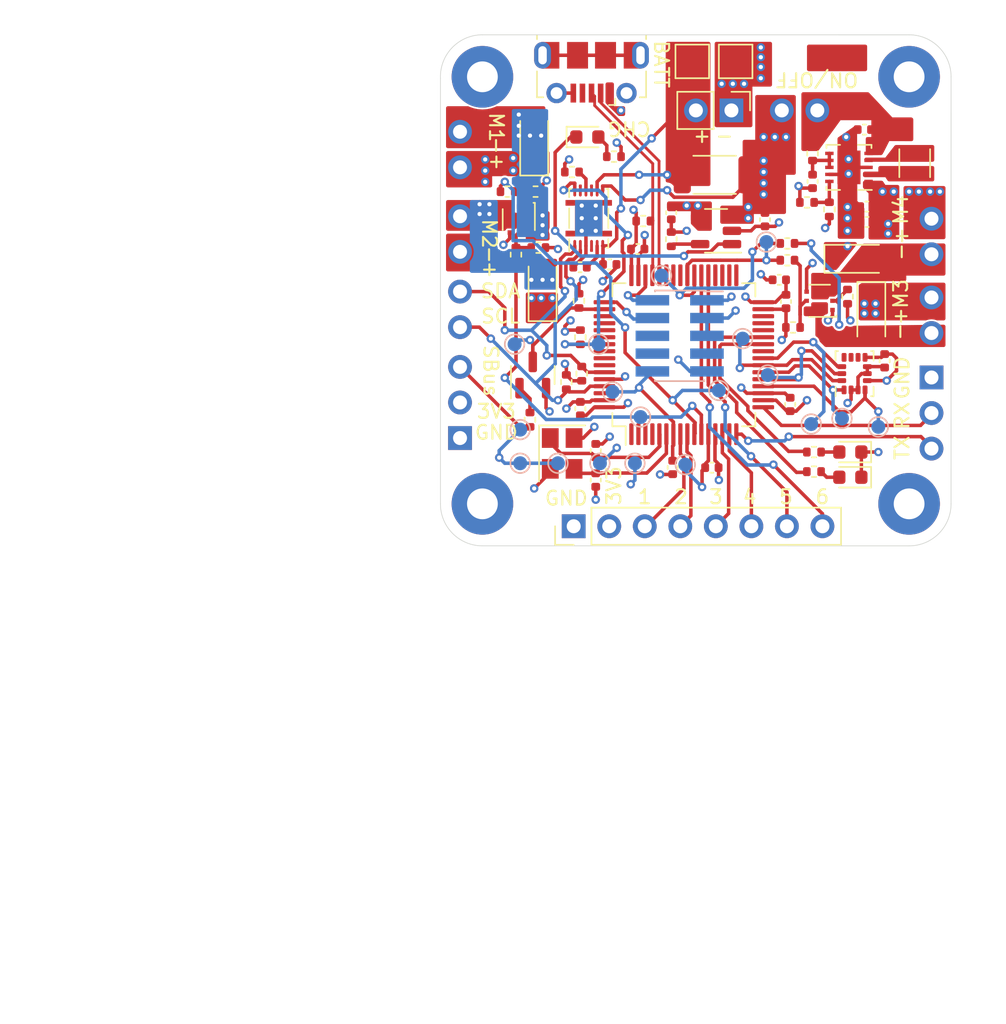
<source format=kicad_pcb>
(kicad_pcb (version 20211014) (generator pcbnew)
  (layers (0 "F.Cu" signal) (1 "In1.Cu" power) (2 "In2.Cu" power) (31 "B.Cu" signal) (34 "B.Paste" user) (35 "F.Paste" user) (36 "B.SilkS" user "B.Silkscreen") (37 "F.SilkS" user "F.Silkscreen") (38 "B.Mask" user) (39 "F.Mask" user) (44 "Edge.Cuts" user))
  (net 0 "")
  (net 1 "GND")
  (net 2 "VBUS")
  (net 3 "+BATT")
  (net 4 "+3V3")
  (net 5 "Net-(D1-Pad2)")
  (net 6 "Net-(D2-Pad2)")
  (net 7 "Net-(D3-Pad2)")
  (net 8 "/Debug/USB.D-")
  (net 9 "/Debug/USB.D+")
  (net 10 "/Debug/SWD.IO")
  (net 11 "/Debug/SWD.CLK")
  (net 12 "/MCU/RSTn")
  (net 13 "Net-(D3-Pad1)")
  (net 14 "Net-(C8-Pad2)")
  (net 15 "/Debug/USART.RX")
  (net 16 "/Debug/USART.TX")
  (net 17 "Net-(Q1-Pad1)")
  (net 20 "/DC motors/M1")
  (net 21 "/DC motors/M2")
  (net 22 "/DC motors/M3")
  (net 23 "/DC motors/M4")
  (net 24 "Net-(C14-Pad1)")
  (net 43 "/Debug/I2C.SDA")
  (net 44 "Net-(Q2-Pad2)")
  (net 45 "Net-(Q2-Pad5)")
  (net 46 "Net-(Q3-Pad2)")
  (net 50 "Net-(L1-Pad1)")
  (net 51 "/Debug/I2C.SCL")
  (net 55 "Net-(Q3-Pad5)")
  (net 59 "/MCU/RCV1")
  (net 60 "/MCU/RCV2")
  (net 63 "Net-(L1-Pad2)")
  (net 64 "/MCU/RCV3")
  (net 65 "/MCU/RCV4")
  (net 66 "/MCU/RCV5")
  (net 67 "/MCU/RCV6")
  (net 68 "/MCU/SBUS")
  (net 69 "/MCU/LED1")
  (net 70 "/MCU/LED2")
  (net 71 "Net-(J2-Pad3)")
  (net 72 "/MCU/GAUGE_GPOUT")
  (net 74 "/MCU/IMU_INT")
  (net 75 "/IMU/SPI.MISO")
  (net 76 "Net-(C9-Pad2)")
  (net 77 "Net-(C10-Pad1)")
  (net 78 "Net-(C13-Pad1)")
  (net 79 "Net-(C17-Pad1)")
  (net 80 "/IMU/SPI.MOSI")
  (net 81 "/IMU/SPI.SCK")
  (net 82 "/MCU/IMU_CS")
  (net 84 "Net-(R12-Pad1)")
  (net 85 "Net-(R13-Pad2)")
  (net 86 "Net-(R15-Pad2)")
  (net 87 "Net-(D4-Pad2)")
  (net 88 "Net-(D5-Pad2)")
  (net 89 "Net-(D6-Pad2)")
  (net 90 "Net-(D7-Pad2)")
  (footprint "Capacitor_SMD:C_0402_1005Metric" (layer "F.Cu") (at 108.1 106.8)
    (fp_text reference "C4")
    (fp_text value "100nF")
  )
  (footprint "Connector_USB:USB_Micro-B_Molex-105017-0001" (layer "F.Cu") (at 104.8 94.2 180)
    (fp_text reference "J4")
    (fp_text value "USB")
  )
  (footprint "Diode_SMD:D_SOD-123" (layer "F.Cu") (at 100.7 99.3 90)
    (fp_text reference "D4")
    (fp_text value "BAT54W")
  )
  (footprint "Resistor_SMD:R_0402_1005Metric" (layer "F.Cu") (at 108.5 104.8)
    (fp_text reference "R4")
    (fp_text value "1k5")
  )
  (footprint "Package_SON:Texas_S-PDSO-N12" (layer "F.Cu") (at 104.6 104.6 90)
    (fp_text reference "U3")
    (fp_text value "BQ27441DRZR-G1A")
  )
  (footprint "Resistor_SMD:R_0402_1005Metric" (layer "F.Cu") (at 118.8 106.4 180)
    (fp_text reference "R21")
    (fp_text value "100")
  )
  (footprint "Capacitor_SMD:C_0402_1005Metric" (layer "F.Cu") (at 113.4 122.415685 180)
    (fp_text reference "C3")
    (fp_text value "100nF")
  )
  (footprint "MountingHole:MountingHole_2.2mm_M2_Pad" (layer "F.Cu") (at 97 125)
    (fp_text reference "H3")
    (fp_text value "MountingHole_Pad")
  )
  (footprint "Capacitor_SMD:C_0402_1005Metric" (layer "F.Cu") (at 119 117.9 -90)
    (fp_text reference "C1")
    (fp_text value "100nF")
  )
  (footprint "Capacitor_SMD:C_0402_1005Metric" (layer "F.Cu") (at 118.22 109 180)
    (fp_text reference "C6")
    (fp_text value "4.7uF")
  )
  (footprint "Resistor_SMD:R_0402_1005Metric" (layer "F.Cu") (at 101 106.7)
    (fp_text reference "R20")
    (fp_text value "10k")
  )
  (footprint "Resistor_SMD:R_0402_1005Metric" (layer "F.Cu") (at 120.7 122.7)
    (fp_text reference "R8")
    (fp_text value "100")
  )
  (footprint "Connector_PinHeader_2.54mm:PinHeader_1x02_P2.54mm_Vertical" (layer "F.Cu") (at 95.4 98.425)
    (fp_text reference "J8")
    (fp_text value "M1_DC")
  )
  (footprint "Resistor_SMD:R_0402_1005Metric" (layer "F.Cu") (at 118.8 107.6 180)
    (fp_text reference "R22")
    (fp_text value "100")
  )
  (footprint "Capacitor_SMD:C_0402_1005Metric" (layer "F.Cu") (at 124.48 103.77 180)
    (fp_text reference "C16")
    (fp_text value "10uF")
  )
  (footprint "LED_SMD:LED_0603_1608Metric" (layer "F.Cu") (at 104.5 98.8)
    (fp_text reference "D3")
    (fp_text value "RED")
  )
  (footprint "Resistor_SMD:R_0402_1005Metric" (layer "F.Cu") (at 100.4 118.99 90)
    (fp_text reference "R2")
    (fp_text value "100")
  )
  (footprint "Diode_SMD:D_SOD-123" (layer "F.Cu") (at 124.8 111.4 -90)
    (fp_text reference "D6")
    (fp_text value "BAT54W")
  )
  (footprint "TestPoint:TestPoint_Pad_2.0x2.0mm" (layer "F.Cu") (at 115.1 93.4)
    (fp_text reference "TP20")
    (fp_text value "-BATT")
  )
  (footprint "MountingHole:MountingHole_2.2mm_M2_Pad" (layer "F.Cu") (at 97 94.5)
    (fp_text reference "H1")
    (fp_text value "MountingHole_Pad")
  )
  (footprint "Package_LGA:LGA-14_3x2.5mm_P0.5mm_LayoutBorder3x4y" (layer "F.Cu") (at 123.6 115.7 90)
    (fp_text reference "U5")
    (fp_text value "LSM6DSOTR")
  )
  (footprint "Connector_PinHeader_2.54mm:PinHeader_1x03_P2.54mm_Vertical" (layer "F.Cu") (at 129.1 115.975)
    (fp_text reference "J6" hide)
    (fp_text value "UART")
  )
  (footprint "Package_TO_SOT_SMD:Vishay_PowerPAK_SC70-6L_Dual" (layer "F.Cu") (at 99.6 104.7 -90)
    (fp_text reference "Q2")
    (fp_text value "SIA906EDJ-T1-GE3")
  )
  (footprint "Capacitor_SMD:C_0402_1005Metric" (layer "F.Cu") (at 118.7 110.55 -90)
    (fp_text reference "C2")
    (fp_text value "100nF")
  )
  (footprint "Resistor_SMD:R_0402_1005Metric" (layer "F.Cu") (at 100.8 102.7)
    (fp_text reference "R19")
    (fp_text value "10k")
  )
  (footprint "Resistor_SMD:R_0402_1005Metric" (layer "F.Cu") (at 120.2 103.47 180)
    (fp_text reference "R16")
    (fp_text value "180k")
  )
  (footprint "Capacitor_SMD:C_0402_1005Metric" (layer "F.Cu") (at 106.1 107.9)
    (fp_text reference "C13")
    (fp_text value "1uF")
  )
  (footprint "Package_SON:Texas_DRC0010J_ThermalVias" (layer "F.Cu") (at 123.2 100.97 180)
    (fp_text reference "U4")
    (fp_text value "TPS63000")
  )
  (footprint "Capacitor_SMD:C_0402_1005Metric" (layer "F.Cu") (at 103.98 108.1 180)
    (fp_text reference "C10")
    (fp_text value "1uF")
  )
  (footprint "LED_SMD:LED_0603_1608Metric" (layer "F.Cu") (at 123.3 121.3 180)
    (fp_text reference "D1")
    (fp_text value "BLUE")
  )
  (footprint "Resistor_SMD:R_0402_1005Metric" (layer "F.Cu") (at 120.7 121.3)
    (fp_text reference "R7")
    (fp_text value "100")
  )
  (footprint "Resistor_SMD:R_0402_1005Metric" (layer "F.Cu") (at 104 113.1 -90)
    (fp_text reference "R10")
    (fp_text value "10k")
  )
  (footprint "Resistor_SMD:R_0402_1005Metric" (layer "F.Cu") (at 103.4 101.3)
    (fp_text reference "R13")
    (fp_text value "10k")
  )
  (footprint "TestPoint:TestPoint_Pad_2.0x2.0mm" (layer "F.Cu") (at 112 93.4)
    (fp_text reference "TP19")
    (fp_text value "+BATT")
  )
  (footprint "Capacitor_SMD:C_0402_1005Metric" (layer "F.Cu") (at 110.6 122.4 -90)
    (fp_text reference "C7")
    (fp_text value "100nF")
  )
  (footprint "Capacitor_SMD:C_0402_1005Metric" (layer "F.Cu") (at 124.3 98.27 180)
    (fp_text reference "C14")
    (fp_text value "10uF")
  )
  (footprint "Resistor_SMD:R_0402_1005Metric" (layer "F.Cu") (at 119.2 112.4 180)
    (fp_text reference "R24")
    (fp_text value "10k")
  )
  (footprint "Connector_PinHeader_2.54mm:PinHeader_1x02_P2.54mm_Vertical" (layer "F.Cu") (at 114.8 96.9 -90)
    (fp_text reference "J3" hide)
    (fp_text value "LiPo")
  )
  (footprint "Capacitor_SMD:C_0402_1005Metric" (layer "F.Cu") (at 120.6 101.97 -90)
    (fp_text reference "C17")
    (fp_text value "100nF")
  )
  (footprint "Package_TO_SOT_SMD:SOT-23" (layer "F.Cu") (at 100.6 115.8 90)
    (fp_text reference "Q1")
    (fp_text value "2N7002")
  )
  (footprint "Resistor_SMD:R_0402_1005Metric" (layer "F.Cu") (at 123.1 110.2 -90)
    (fp_text reference "R23")
    (fp_text value "10k")
  )
  (footprint "Capacitor_SMD:C_0402_1005Metric" (layer "F.Cu") (at 124.5 104.87 180)
    (fp_text reference "C15")
    (fp_text value "10uF")
  )
  (footprint "Capacitor_SMD:C_0402_1005Metric" (layer "F.Cu") (at 105.1 123.3 90)
    (fp_text reference "C9")
    (fp_text value "33pF")
  )
  (footprint "Connector_PinHeader_2.54mm:PinHeader_1x02_P2.54mm_Vertical" (layer "F.Cu") (at 95.4 112.38 180)
    (fp_text reference "J7")
    (fp_text value "I2C")
  )
  (footprint "LED_SMD:LED_0603_1608Metric" (layer "F.Cu") (at 123.3 123.1 180)
    (fp_text reference "D2")
    (fp_text value "GREEN")
  )
  (footprint "Connector_PinHeader_2.54mm:PinHeader_1x03_P2.54mm_Vertical" (layer "F.Cu") (at 95.4 120.3 180)
    (fp_text reference "J2")
    (fp_text value "SBUS")
  )
  (footprint "Resistor_SMD:R_0402_1005Metric" (layer "F.Cu") (at 103.9 110.5 -90)
    (fp_text reference "R1")
    (fp_text value "10k")
  )
  (footprint "Resistor_SMD:R_0402_1005Metric" (layer "F.Cu") (at 104.1 115.7 90)
    (fp_text reference "R5")
    (fp_text value "4k7")
  )
  (footprint "MountingHole:MountingHole_2.2mm_M2_Pad" (layer "F.Cu") (at 127.5 94.5)
    (fp_text reference "H4")
    (fp_text value "MountingHole_Pad")
  )
  (footprint "Capacitor_SMD:C_0402_1005Metric" (layer "F.Cu") (at 110.5 104.2 -90)
    (fp_text reference "C11")
    (fp_text value "4.7uF")
  )
  (footprint "Connector_PinHeader_2.54mm:PinHeader_1x02_P2.54mm_Vertical" (layer "F.Cu") (at 95.4 104.46)
    (fp_text reference "J9")
    (fp_text value "M2_DC")
  )
  (footprint "Resistor_SMD:R_0402_1005Metric" (layer "F.Cu") (at 121.8 103.97 90)
    (fp_text reference "R15")
    (fp_text value "1M")
  )
  (footprint "Connector_PinHeader_2.54mm:PinHeader_1x02_P2.54mm_Vertical" (layer "F.Cu") (at 129.1 112.8 180)
    (fp_text reference "J10" hide)
    (fp_text value "M3_DC")
  )
  (footprint "Diode_SMD:D_SOD-123" (layer "F.Cu") (at 123.7 107.5)
    (fp_text reference "D7")
    (fp_text value "BAT54W")
  )
  (footprint "Capacitor_SMD:C_0402_1005Metric" (layer "F.Cu") (at 105.1 121.2 -90)
    (fp_text reference "C8")
    (fp_text value "33pF")
  )
  (footprint "Capacitor_SMD:C_0402_1005Metric" (layer "F.Cu") (at 104 118.2 90)
    (fp_text reference "C5")
    (fp_text value "100nF")
  )
  (footprint "Inductor_SMD:L_Taiyo-Yuden_NR-20xx" (layer "F.Cu") (at 127.9 100.67 90)
    (fp_text reference "L1")
    (fp_text value "NRV2010T2R2MGF")
  )
  (footprint "Capacitor_SMD:C_0402_1005Metric" (layer "F.Cu") (at 125.75 114.784315 90)
    (fp_text reference "C18")
    (fp_text value "100nF")
  )
  (footprint "Connector_PinHeader_2.54mm:PinHeader_1x02_P2.54mm_Vertical" (layer "F.Cu") (at 118.4 96.9 90)
    (fp_text reference "JP2" hide)
    (fp_text value "SYS_ON")
  )
  (footprint "Resistor_SMD:R_0402_1005Metric" (layer "F.Cu") (at 103 116.3 -90)
    (fp_text reference "R6")
    (fp_text value "4k7")
  )
  (footprint "Package_QFP:LQFP-64_10x10mm_P0.5mm" (layer "F.Cu") (at 111.4 114.35 90)
    (fp_text reference "U1")
    (fp_text value "STM32F303RETx")
  )
  (footprint "Resistor_SMD:R_2010_5025Metric" (layer "F.Cu") (at 113.6 101.5 180)
    (fp_text reference "R11")
    (fp_text value "0.010")
  )
  (footprint "Package_TO_SOT_SMD:Vishay_PowerPAK_SC70-6L_Dual" (layer "F.Cu") (at 121.1 110.5 180)
    (fp_text reference "Q3")
    (fp_text value "SIA906EDJ-T1-GE3")
  )
  (footprint "Package_TO_SOT_SMD:SOT-23-5" (layer "F.Cu") (at 113.7 105.5 180)
    (fp_text reference "U2")
    (fp_text value "MCP73831-2-OT")
  )
  (footprint "Connector_PinHeader_2.54mm:PinHeader_1x08_P2.54mm_Vertical" (layer "F.Cu") (at 103.525 126.6 90)
    (fp_text reference "J1")
    (fp_text value "Conn_01x08")
  )
  (footprint "Connector_PinHeader_2.54mm:PinHeader_1x02_P2.54mm_Vertical" (layer "F.Cu") (at 129.1 107.175 180)
    (fp_text reference "J11" hide)
    (fp_text value "M4_DC")
  )
  (footprint "Crystal:Crystal_SMD_3225-4Pin_3.2x2.5mm" (layer "F.Cu") (at 102.7 121.4 -90)
    (fp_text reference "Y1")
    (fp_text value "X322512MSB4SI")
  )
  (footprint "Diode_SMD:D_SOD-123" (layer "F.Cu") (at 101.3 109.7 90)
    (fp_text reference "D5")
    (fp_text value "BAT54W")
  )
  (footprint "Capacitor_SMD:C_0402_1005Metric" (layer "F.Cu") (at 117.2 104.7 -90)
    (fp_text reference "C12")
    (fp_text value "4.7uF")
  )
  (footprint "Resistor_SMD:R_0402_1005Metric" (layer "F.Cu") (at 120.6 99.97 -90)
    (fp_text reference "R14")
    (fp_text value "100")
  )
  (footprint "Resistor_SMD:R_0402_1005Metric" (layer "F.Cu") (at 110.5 106.1 90)
    (fp_text reference "R12")
    (fp_text value "2k")
  )
  (footprint "Resistor_SMD:R_0402_1005Metric" (layer "F.Cu") (at 106.4 100.2 180)
    (fp_text reference "R9")
    (fp_text value "470")
  )
  (footprint "MountingHole:MountingHole_2.2mm_M2_Pad" (layer "F.Cu") (at 127.5 125)
    (fp_text reference "H2")
    (fp_text value "MountingHole_Pad")
  )
  (footprint "Resistor_SMD:R_0402_1005Metric" (layer "F.Cu") (at 98.8 102.7 180)
    (fp_text reference "R17")
    (fp_text value "100")
  )
  (footprint "Resistor_SMD:R_0402_1005Metric" (layer "F.Cu") (at 99.4 107.2 -90)
    (fp_text reference "R18")
    (fp_text value "100")
  )
  (footprint "TestPoint:TestPoint_Pad_D1.0mm" (layer "B.Cu") (at 108.3 118.8 180)
    (fp_text reference "TP10")
    (fp_text value "TestPoint")
  )
  (footprint "TestPoint:TestPoint_Pad_D1.0mm" (layer "B.Cu") (at 107.9 122.1 180)
    (fp_text reference "TP14")
    (fp_text value "TestPoint")
  )
  (footprint "TestPoint:TestPoint_Pad_D1.0mm" (layer "B.Cu") (at 117.3 106.3 180)
    (fp_text reference "TP12")
    (fp_text value "TestPoint")
  )
  (footprint "TestPoint:TestPoint_Pad_D1.0mm" (layer "B.Cu") (at 99.7 122.1 180)
    (fp_text reference "TP16")
    (fp_text value "TestPoint")
  )
  (footprint "TestPoint:TestPoint_Pad_D1.0mm" (layer "B.Cu") (at 125.3 119.5 180)
    (fp_text reference "TP3")
    (fp_text value "TestPoint")
  )
  (footprint "TestPoint:TestPoint_Pad_D1.0mm" (layer "B.Cu") (at 111.5 122.2 180)
    (fp_text reference "TP15")
    (fp_text value "TestPoint")
  )
  (footprint "Connector_PinHeader_1.27mm:PinHeader_2x05_P1.27mm_Vertical_SMD" (layer "B.Cu") (at 111.1 113 180)
    (fp_text reference "J5")
    (fp_text value "SWD" hide)
  )
  (footprint "TestPoint:TestPoint_Pad_D1.0mm" (layer "B.Cu") (at 106.3 117 180)
    (fp_text reference "TP4")
    (fp_text value "TestPoint")
  )
  (footprint "TestPoint:TestPoint_Pad_D1.0mm" (layer "B.Cu") (at 122.7 118.9 180)
    (fp_text reference "TP5")
    (fp_text value "TestPoint" hide)
  )
  (footprint "TestPoint:TestPoint_Pad_D1.0mm" (layer "B.Cu") (at 105.4 122.1 180)
    (fp_text reference "TP13")
    (fp_text value "TestPoint")
  )
  (footprint "TestPoint:TestPoint_Pad_D1.0mm" (layer "B.Cu") (at 120.5 119.3 180)
    (fp_text reference "TP8")
    (fp_text value "TestPoint" hide)
  )
  (footprint "TestPoint:TestPoint_Pad_D1.0mm" (layer "B.Cu") (at 99.7 119.7 180)
    (fp_text reference "TP18")
    (fp_text value "TestPoint")
  )
  (footprint "TestPoint:TestPoint_Pad_D1.0mm" (layer "B.Cu") (at 115.6 113.2 180)
    (fp_text reference "TP6")
    (fp_text value "TestPoint")
  )
  (footprint "TestPoint:TestPoint_Pad_D1.0mm" (layer "B.Cu") (at 113.9 116.9 180)
    (fp_text reference "TP9")
    (fp_text value "TestPoint" hide)
  )
  (footprint "TestPoint:TestPoint_Pad_D1.0mm" (layer "B.Cu") (at 105.3 113.6 180)
    (fp_text reference "TP2")
    (fp_text value "TestPoint")
  )
  (footprint "TestPoint:TestPoint_Pad_D1.0mm" (layer "B.Cu") (at 117.4 115.8 180)
    (fp_text reference "TP7")
    (fp_text value "TestPoint")
  )
  (footprint "TestPoint:TestPoint_Pad_D1.0mm" (layer "B.Cu") (at 102.4 122.1 180)
    (fp_text reference "TP17")
    (fp_text value "TestPoint")
  )
  (footprint "TestPoint:TestPoint_Pad_D1.0mm" (layer "B.Cu") (at 109.8 108.7 180)
    (fp_text reference "TP11")
    (fp_text value "TestPoint")
  )
  (footprint "TestPoint:TestPoint_Pad_D1.0mm" (layer "B.Cu") (at 99.3 113.6 180)
    (fp_text reference "TP1")
    (fp_text value "TestPoint")
  )
  (gr_arc (start 97 128) (mid 94.87868 127.12132) (end 94 125) (layer "Edge.Cuts") (width 0.05))
  (gr_arc (start 94 94.6) (mid 94.842435 92.413156) (end 97 91.498334) (layer "Edge.Cuts") (width 0.05))
  (gr_line (start 97 91.498334) (end 127.5 91.5) (layer "Edge.Cuts") (width 0.05))
  (gr_line (start 94 125) (end 94 94.6) (layer "Edge.Cuts") (width 0.05))
  (gr_arc (start 127.5 91.5) (mid 129.62132 92.37868) (end 130.5 94.5) (layer "Edge.Cuts") (width 0.05))
  (gr_arc (start 130.498334 125.003332) (mid 129.620142 127.123474) (end 127.5 128.001666) (layer "Edge.Cuts") (width 0.05))
  (gr_line (start 130.498334 125.003332) (end 130.5 94.5) (layer "Edge.Cuts") (width 0.05))
  (gr_line (start 127.5 128.001666) (end 97 128) (layer "Edge.Cuts") (width 0.05))
  (gr_text "-" (at 97.9 99.4 90) (layer "F.SilkS") (effects (font (size 1 1))))
  (gr_text "+\n" (at 112.7 98.7) (layer "F.SilkS") (effects (font (size 1 1))))
  (gr_text "5" (at 118.7 124.5) (layer "F.SilkS") (effects (font (size 1 1))))
  (gr_text "6" (at 121.3 124.5) (layer "F.SilkS") (effects (font (size 1 1))))
  (gr_text "3V3" (at 98 118.4) (layer "F.SilkS") (effects (font (size 1 1))))
  (gr_text "BATT" (at 109.8 93.6 270) (layer "F.SilkS") (effects (font (size 1 1))))
  (gr_text "3" (at 113.7 124.5) (layer "F.SilkS") (effects (font (size 1 1))))
  (gr_text "M3\n" (at 126.9 110 90) (layer "F.SilkS") (effects (font (size 1 1))))
  (gr_text "SCL\n" (at 98.3 111.6) (layer "F.SilkS") (effects (font (size 1 1))))
  (gr_text "2" (at 111.2 124.5) (layer "F.SilkS") (effects (font (size 1 1))))
  (gr_text "4" (at 116.1 124.5) (layer "F.SilkS") (effects (font (size 1 1))))
  (gr_text "+\n" (at 97.5 108.2) (layer "F.SilkS") (effects (font (size 1 1))))
  (gr_text "ON/OFF" (at 120.9 94.7 180) (layer "F.SilkS") (effects (font (size 1 1))))
  (gr_text "CHG" (at 107.5 98.2 180) (layer "F.SilkS") (effects (font (size 1 1))))
  (gr_text "M1\n" (at 98 98.1 270) (layer "F.SilkS") (effects (font (size 1 1))))
  (gr_text "-" (at 97.4 107.2 90) (layer "F.SilkS") (effects (font (size 1 1))))
  (gr_text "3V3\n" (at 106.4 123.7 90) (layer "F.SilkS") (effects (font (size 1 1))))
  (gr_text "SBus\n" (at 97.6 115.5 270) (layer "F.SilkS") (effects (font (size 1 1))))
  (gr_text "GND" (at 103 124.6) (layer "F.SilkS") (effects (font (size 1 1))))
  (gr_text "GND" (at 127 116 90) (layer "F.SilkS") (effects (font (size 1 1))))
  (gr_text "+\n" (at 98 100.5) (layer "F.SilkS") (effects (font (size 1 1))))
  (gr_text "RX" (at 127 118.7 90) (layer "F.SilkS") (effects (font (size 1 1))))
  (gr_text "M4\n" (at 126.9 104 90) (layer "F.SilkS") (effects (font (size 1 1))))
  (gr_text "-" (at 114.3 98.7) (layer "F.SilkS") (effects (font (size 1 1))))
  (gr_text "M2\n" (at 97.5 105.7 270) (layer "F.SilkS") (effects (font (size 1 1))))
  (gr_text "+\n" (at 127 105.8) (layer "F.SilkS") (effects (font (size 1 1))))
  (gr_text "GND" (at 98 119.9) (layer "F.SilkS") (effects (font (size 1 1))))
  (gr_text "-" (at 126.8 112.7 90) (layer "F.SilkS") (effects (font (size 1 1))))
  (gr_text "SDA" (at 98.3 109.8) (layer "F.SilkS") (effects (font (size 1 1))))
  (gr_text "TX\n" (at 127 121 90) (layer "F.SilkS") (effects (font (size 1 1))))
  (gr_text "+\n" (at 127 111.6 270) (layer "F.SilkS") (effects (font (size 1 1))))
  (gr_text "-" (at 126.9 107 90) (layer "F.SilkS") (effects (font (size 1 1))))
  (gr_text "1" (at 108.6 124.5) (layer "F.SilkS") (effects (font (size 1 1))))
  (segment (start 123.35 117.55) (end 123.1 117.8) (width 0.25) (layer "F.Cu") (net 1))
  (segment (start 123.6 100.9) (end 123.025 100.9) (width 0.25) (layer "F.Cu") (net 1))
  (segment (start 124.0875 123.1) (end 124.0875 121.3) (width 0.25) (layer "F.Cu") (net 1))
  (segment (start 120.6 102.45) (end 119.75 102.45) (width 0.25) (layer "F.Cu") (net 1))
  (segment (start 101.85 122.5) (end 101.85 122.75) (width 0.25) (layer "F.Cu") (net 1))
  (segment (start 117.74 109) (end 117.3 109) (width 0.25) (layer "F.Cu") (net 1))
  (segment (start 122.7 101.47) (end 123.2 100.97) (width 0.25) (layer "F.Cu") (net 1))
  (segment (start 123.175 100.375) (end 123.77 100.97) (width 0.25) (layer "F.Cu") (net 1))
  (segment (start 104.82 117.6) (end 104.7 117.72) (width 0.25) (layer "F.Cu") (net 1))
  (segment (start 116.52 105.18) (end 116.2 105.5) (width 0.25) (layer "F.Cu") (net 1))
  (segment (start 123.85 115.95) (end 124.057843 115.742158) (width 0.25) (layer "F.Cu") (net 1))
  (segment (start 118.69 112.4) (end 118.69 113.01) (width 0.25) (layer "F.Cu") (net 1))
  (segment (start 118.7 111.03) (end 118.7 112.39) (width 0.25) (layer "F.Cu") (net 1))
  (segment (start 118.7 112.39) (end 118.69 112.4) (width 0.25) (layer "F.Cu") (net 1))
  (segment (start 110.5 105.59) (end 111.51 105.59) (width 0.25) (layer "F.Cu") (net 1))
  (segment (start 117.92 105.18) (end 118.2 104.9) (width 0.25) (layer "F.Cu") (net 1))
  (segment (start 101.9 92.9625) (end 103.8 92.9625) (width 0.25) (layer "F.Cu") (net 1))
  (segment (start 123.85 116.8625) (end 123.85 115.95) (width 0.25) (layer "F.Cu") (net 1))
  (segment (start 118.63 111.1) (end 118.7 111.03) (width 0.25) (layer "F.Cu") (net 1))
  (segment (start 123.025 100.9) (end 123.025 101.275) (width 0.25) (layer "F.Cu") (net 1))
  (segment (start 120.175 109.85) (end 120.175 108.225) (width 0.25) (layer "F.Cu") (net 1))
  (segment (start 101.51 106.7) (end 102.3 106.7) (width 0.25) (layer "F.Cu") (net 1))
  (segment (start 108.15 107.23) (end 108.58 106.8) (width 0.25) (layer "F.Cu") (net 1))
  (segment (start 101.85 122.75) (end 100.7 123.9) (width 0.25) (layer "F.Cu") (net 1))
  (segment (start 105.1 123.78) (end 105.1 124.7) (width 0.25) (layer "F.Cu") (net 1))
  (segment (start 104.4 106.575) (end 104.4 105.8) (width 0.25) (layer "F.Cu") (net 1))
  (segment (start 123.35 116.8625) (end 123.35 117.55) (width 0.25) (layer "F.Cu") (net 1))
  (segment (start 106.58 108.12) (end 105.6 109.1) (width 0.25) (layer "F.Cu") (net 1))
  (segment (start 113.15 120.025) (end 113.15 121.92) (width 0.25) (layer "F.Cu") (net 1))
  (segment (start 103.55 120.3) (end 104.2 120.3) (width 0.25) (layer "F.Cu") (net 1))
  (segment (start 98.95 106.05) (end 98.5 106.5) (width 0.25) (layer "F.Cu") (net 1))
  (segment (start 105.58 120.72) (end 106.1 120.2) (width 0.25) (layer "F.Cu") (net 1))
  (segment (start 101.31 102.7) (end 101.31 102.19) (width 0.25) (layer "F.Cu") (net 1))
  (segment (start 119 118.38) (end 118.766396 118.38) (width 0.25) (layer "F.Cu") (net 1))
  (segment (start 105.1 120.72) (end 105.58 120.72) (width 0.25) (layer "F.Cu") (net 1))
  (segment (start 109.7 122.9) (end 110.58 122.9) (width 0.25) (layer "F.Cu") (net 1))
  (segment (start 108.58 105.82) (end 108.6 105.8) (width 0.25) (layer "F.Cu") (net 1))
  (segment (start 101.55 116.7375) (end 101.55 118.15) (width 0.25) (layer "F.Cu") (net 1))
  (segment (start 123.175 101.425) (end 123.6 101.85) (width 0.25) (layer "F.Cu") (net 1))
  (segment (start 104.2 120.3) (end 105 119.5) (width 0.25) (layer "F.Cu") (net 1))
  (segment (start 118.69 113.01) (end 118.4 113.3) (width 0.25) (layer "F.Cu") (net 1))
  (segment (start 104.4 105.8) (end 104.1 105.5) (width 0.25) (layer "F.Cu") (net 1))
  (segment (start 112.7 123.8) (end 112.7 122.635685) (width 0.25) (layer "F.Cu") (net 1))
  (segment (start 102.89 100.71) (end 103.2 100.4) (width 0.25) (layer "F.Cu") (net 1))
  (segment (start 104.4 107.2) (end 104.4 106.575) (width 0.25) (layer "F.Cu") (net 1))
  (segment (start 124.5125 115.7) (end 124.100001 115.7) (width 0.25) (layer "F.Cu") (net 1))
  (segment (start 110.5 105.59) (end 110.5 104.68) (width 0.25) (layer "F.Cu") (net 1))
  (segment (start 122.025 111.15) (end 122.025 111.575) (width 0.25) (layer "F.Cu") (net 1))
  (segment (start 119.75 102.45) (end 119.6 102.3) (width 0.25) (layer "F.Cu") (net 1))
  (segment (start 100.25 103.775) (end 100.25 103.76) (width 0.25) (layer "F.Cu") (net 1))
  (segment (start 111.51 105.59) (end 111.6 105.5) (width 0.25) (layer "F.Cu") (net 1))
  (segment (start 100.25 103.76) (end 101.31 102.7) (width 0.25) (layer "F.Cu") (net 1))
  (segment (start 124.0875 121.3) (end 125.3 121.3) (width 0.25) (layer "F.Cu") (net 1))
  (segment (start 102.3 106.7) (end 102.4 106.8) (width 0.25) (layer "F.Cu") (net 1))
  (segment (start 113.15 121.92) (end 112.92 122.15) (width 0.25) (layer "F.Cu") (net 1))
  (segment (start 118.716396 118.33) (end 117.986396 117.6) (width 0.25) (layer "F.Cu") (net 1))
  (segment (start 122.025 111.575) (end 121.7 111.9) (width 0.25) (layer "F.Cu") (net 1))
  (segment (start 105.8 92.9625) (end 107.7 92.9625) (width 0.25) (layer "F.Cu") (net 1))
  (segment (start 124.5125 115.2) (end 125.685685 115.2) (width 0.25) (layer "F.Cu") (net 1))
  (segment (start 118.766396 118.38) (end 118.716396 118.33) (width 0.25) (layer "F.Cu") (net 1))
  (segment (start 103.8 92.9625) (end 105.8 92.9625) (width 0.25) (layer "F.Cu") (net 1))
  (segment (start 123.025 100.9) (end 123.025 100.525) (width 0.25) (layer "F.Cu") (net 1))
  (segment (start 103.5 108.1) (end 104.4 107.2) (width 0.25) (layer "F.Cu") (net 1))
  (segment (start 120.175 108.225) (end 120.6 107.8) (width 0.25) (layer "F.Cu") (net 1))
  (segment (start 114.8375 105.5) (end 116.2 105.5) (width 0.25) (layer "F.Cu") (net 1))
  (segment (start 123.85 116.8625) (end 123.35 116.8625) (width 0.25) (layer "F.Cu") (net 1))
  (segment (start 117.2 105.18) (end 117.92 105.18) (width 0.25) (layer "F.Cu") (net 1))
  (segment (start 125.685685 115.2) (end 125.75 115.264315) (width 0.25) (layer "F.Cu") (net 1))
  (segment (start 112.7 122.635685) (end 112.92 122.415685) (width 0.25) (layer "F.Cu") (net 1))
  (segment (start 102.89 101.3) (end 102.89 100.71) (width 0.25) (layer "F.Cu") (net 1))
  (segment (start 121.8 101.47) (end 123.13 101.47) (width 0.25) (layer "F.Cu") (net 1))
  (segment (start 123.1 111.7) (end 123.3 111.9) (width 0.25) (layer "F.Cu") (net 1))
  (segment (start 124.100001 115.7) (end 124.057843 115.742158) (width 0.25) (layer "F.Cu") (net 1))
  (segment (start 119.69 102.39) (end 119.6 102.3) (width 0.25) (layer "F.Cu") (net 1))
  (segment (start 103.48 117.72) (end 103 118.2) (width 0.25) (layer "F.Cu") (net 1))
  (segment (start 124.5125 115.7) (end 124.5125 115.2) (width 0.25) (layer "F.Cu") (net 1))
  (segment (start 117.3 109) (end 116.9 108.6) (width 0.25) (layer "F.Cu") (net 1))
  (segment (start 105.725 117.6) (end 104.82 117.6) (width 0.25) (layer "F.Cu") (net 1))
  (segment (start 119.42 118.38) (end 120.2 117.6) (width 0.25) (layer "F.Cu") (net 1))
  (segment (start 101.55 118.15) (end 101.8 118.4) (width 0.25) (layer "F.Cu") (net 1))
  (segment (start 123.13 101.47) (end 123.175 101.425) (width 0.25) (layer "F.Cu") (net 1))
  (segment (start 123.025 101.275) (end 123.175 101.425) (width 0.25) (layer "F.Cu") (net 1))
  (segment (start 123.77 100.97) (end 124.6 100.97) (width 0.25) (layer "F.Cu") (net 1))
  (segment (start 108.58 106.8) (end 108.58 105.82) (width 0.25) (layer "F.Cu") (net 1))
  (segment (start 117.2 105.18) (end 116.52 105.18) (width 0.25) (layer "F.Cu") (net 1))
  (segment (start 106.58 107.9) (end 106.58 108.12) (width 0.25) (layer "F.Cu") (net 1))
  (segment (start 107 116.1) (end 107.2 115.9) (width 0.25) (layer "F.Cu") (net 1))
  (segment (start 123.025 100.525) (end 123.175 100.375) (width 0.25) (layer "F.Cu") (net 1))
  (segment (start 103.5 95.6625) (end 102.3 95.6625) (width 0.25) (layer "F.Cu") (net 1))
  (segment (start 105.725 116.1) (end 107 116.1) (width 0.25) (layer "F.Cu") (net 1))
  (segment (start 124.057843 115.742158) (end 124.1 115.7) (width 0.25) (layer "F.Cu") (net 1))
  (segment (start 101.31 102.19) (end 101.6 101.9) (width 0.25) (layer "F.Cu") (net 1))
  (segment (start 98.95 105.625) (end 98.95 106.05) (width 0.25) (layer "F.Cu") (net 1))
  (segment (start 104 117.72) (end 104.7 117.72) (width 0.25) (layer "F.Cu") (net 1))
  (segment (start 119 118.38) (end 119.42 118.38) (width 0.25) (layer "F.Cu") (net 1))
  (segment (start 108.15 108.675) (end 108.15 107.23) (width 0.25) (layer "F.Cu") (net 1))
  (segment (start 104 117.72) (end 103.48 117.72) (width 0.25) (layer "F.Cu") (net 1))
  (segment (start 123.1 110.71) (end 123.1 111.7) (width 0.25) (layer "F.Cu") (net 1))
  (segment (start 110.58 122.9) (end 110.6 122.88) (width 0.25) (layer "F.Cu") (net 1))
  (segment (start 118.9 118.33) (end 118.716396 118.33) (width 0.25) (layer "F.Cu") (net 1))
  (segment (start 117.075 111.1) (end 118.63 111.1) (width 0.25) (layer "F.Cu") (net 1))
  (segment (start 119.69 103.47) (end 119.69 102.39) (width 0.25) (layer "F.Cu") (net 1))
  (segment (start 117.986396 117.6) (end 117.075 117.6) (width 0.25) (layer "F.Cu") (net 1))
  (via (at 123.175 100.375) (size 0.6) (drill 0.3) (layers "F.Cu" "B.Cu") (net 1))
  (via (at 118.2 104.9) (size 0.6) (drill 0.3) (layers "F.Cu" "B.Cu") (net 1))
  (via (at 111.6 105.5) (size 0.6) (drill 0.3) (layers "F.Cu" "B.Cu") (net 1))
  (via (at 116.9 94.6) (size 0.6) (drill 0.3) (layers "F.Cu" "B.Cu") (net 1))
  (via (at 100.7 123.9) (size 0.6) (drill 0.3) (layers "F.Cu" "B.Cu") (net 1))
  (via (at 115.1 111.2) (size 0.6) (drill 0.3) (layers "F.Cu" "B.Cu") (net 1))
  (via (at 116.9 93.8) (size 0.6) (drill 0.3) (layers "F.Cu" "B.Cu") (net 1))
  (via (at 103 118.2) (size 0.6) (drill 0.3) (layers "F.Cu" "B.Cu") (net 1))
  (via (at 106.6 121) (size 0.6) (drill 0.3) (layers "F.Cu" "B.Cu") (net 1))
  (via (at 120.6 107.8) (size 0.6) (drill 0.3) (layers "F.Cu" "B.Cu") (net 1))
  (via (at 120.2 117.6) (size 0.6) (drill 0.3) (layers "F.Cu" "B.Cu") (net 1))
  (via (at 116.9 108.6) (size 0.6) (drill 0.3) (layers "F.Cu" "B.Cu") (net 1))
  (via (at 101.6 101.9) (size 0.6) (drill 0.3) (layers "F.Cu" "B.Cu") (net 1))
  (via (at 105 119.5) (size 0.6) (drill 0.3) (layers "F.Cu" "B.Cu") (net 1))
  (via (at 107.2 115.9) (size 0.6) (drill 0.3) (layers "F.Cu" "B.Cu") (net 1))
  (via (at 105.1 124.7) (size 0.6) (drill 0.3) (layers "F.Cu" "B.Cu") (net 1))
  (via (at 116.9 93.1) (size 0.6) (drill 0.3) (layers "F.Cu" "B.Cu") (net 1))
  (via (at 123.1 104.6) (size 0.6) (drill 0.3) (layers "F.Cu" "B.Cu") (net 1))
  (via (at 123.1 103.8) (size 0.6) (drill 0.3) (layers "F.Cu" "B.Cu") (net 1))
  (via (at 114.9 95) (size 0.6) (drill 0.3) (layers "F.Cu" "B.Cu") (net 1))
  (via (at 123.3 111.9) (size 0.6) (drill 0.3) (layers "F.Cu" "B.Cu") (net 1))
  (via (at 115.7 95) (size 0.6) (drill 0.3) (layers "F.Cu" "B.Cu") (net 1))
  (via (at 105.6 109.1) (size 0.6) (drill 0.3) (layers "F.Cu" "B.Cu") (net 1))
  (via (at 119.6 102.3) (size 0.6) (drill 0.3) (layers "F.Cu" "B.Cu") (net 1))
  (via (at 118.4 113.3) (size 0.6) (drill 0.3) (layers "F.Cu" "B.Cu") (net 1))
  (via (at 109.7 122.9) (size 0.6) (drill 0.3) (layers "F.Cu" "B.Cu") (net 1))
  (via (at 125.3 121.3) (size 0.6) (drill 0.3) (layers "F.Cu" "B.Cu") (net 1))
  (via (at 103.2 100.4) (size 0.6) (drill 0.3) (layers "F.Cu" "B.Cu") (net 1))
  (via (at 106.1 120.2) (size 0.6) (drill 0.3) (layers "F.Cu" "B.Cu") (net 1))
  (via (at 112.7 123.8) (size 0.6) (drill 0.3) (layers "F.Cu" "B.Cu") (net 1))
  (via (at 107.6 123.6) (size 0.6) (drill 0.3) (layers "F.Cu" "B.Cu") (net 1))
  (via (at 123 98.8) (size 0.6) (drill 0.3) (layers "F.Cu" "B.Cu") (net 1))
  (via (at 123.1 117.8) (size 0.6) (drill 0.3) (layers "F.Cu" "B.Cu") (net 1))
  (via (at 123.1 105.5) (size 0.6) (drill 0.3) (layers "F.Cu" "B.Cu") (net 1))
  (via (at 101.8 118.4) (size 0.6) (drill 0.3) (layers "F.Cu" "B.Cu") (net 1))
  (via (at 111 114.7) (size 0.6) (drill 0.3) (layers "F.Cu" "B.Cu") (net 1))
  (via (at 98.5 106.5) (size 0.6) (drill 0.3) (layers "F.Cu" "B.Cu") (net 1))
  (via (at 108.6 105.8) (size 0.6) (drill 0.3) (layers "F.Cu" "B.Cu") (net 1))
  (via (at 102.4 106.8) (size 0.6) (drill 0.3) (layers "F.Cu" "B.Cu") (net 1))
  (via (at 116.9 92.4) (size 0.6) (drill 0.3) (layers "F.Cu" "B.Cu") (net 1))
  (via (at 121.7 111.9) (size 0.6) (drill 0.3) (layers "F.Cu" "B.Cu") (net 1))
  (via (at 114.1 95) (size 0.6) (drill 0.3) (layers "F.Cu" "B.Cu") (net 1))
  (via (at 123.175 101.425) (size 0.6) (drill 0.3) (layers "F.Cu" "B.Cu") (net 1))
  (segment (start 111.5 122.2) (end 111.5 122.6) (width 0.25) (layer "B.Cu") (net 1))
  (segment (start 107.9 122.1) (end 107.9 123.3) (width 0.25) (layer "B.Cu") (net 1))
  (segment (start 113.05 111.73) (end 113.05 113) (width 0.25) (layer "B.Cu") (net 1))
  (segment (start 111.84 115.54) (end 111 114.7) (width 0.25) (layer "B.Cu") (net 1))
  (segment (start 105.4 122.1) (end 105.531739 122.1) (width 0.25) (layer "B.Cu") (net 1))
  (segment (start 105.4 122.1) (end 105.5 122.1) (width 0.25) (layer "B.Cu") (net 1))
  (segment (start 114.57 111.73) (end 115.1 111.2) (width 0.25) (layer "B.Cu") (net 1))
  (segment (start 111.5 122.6) (end 112.7 123.8) (width 0.25) (layer "B.Cu") (net 1))
  (segment (start 113.05 111.73) (end 114.57 111.73) (width 0.25) (layer "B.Cu") (net 1))
  (segment (start 105.5 122.1) (end 106.6 121) (width 0.25) (layer "B.Cu") (net 1))
  (segment (start 107.9 123.3) (end 107.6 123.6) (width 0.25) (layer "B.Cu") (net 1))
  (segment (start 113.05 115.54) (end 111.84 115.54) (width 0.25) (layer "B.Cu") (net 1))
  (segment (start 106.91 100.2) (end 106.91 99.51) (width 0.25) (layer "F.Cu") (net 2))
  (segment (start 106.91 99.51) (end 106.6 99.2) (width 0.25) (layer "F.Cu") (net 2))
  (via (at 112.4 103.7) (size 0.6) (drill 0.3) (layers "F.Cu" "B.Cu") (net 2))
  (via (at 106.6 99.2) (size 0.6) (drill 0.3) (layers "F.Cu" "B.Cu") (net 2))
  (via (at 106.9 96.9) (size 0.6) (drill 0.3) (layers "F.Cu" "B.Cu") (net 2))
  (via (at 111.6 103.7) (size 0.6) (drill 0.3) (layers "F.Cu" "B.Cu") (net 2))
  (segment (start 106.2 102.3) (end 105.6 102.3) (width 0.25) (layer "F.Cu") (net 3))
  (segment (start 115.9125 102.0875) (end 114.9 103.1) (width 0.25) (layer "F.Cu") (net 3))
  (segment (start 105.6 102.3) (end 105.6 102.625) (width 0.25) (layer "F.Cu") (net 3))
  (segment (start 115.9125 101.5) (end 115.9125 102.0875) (width 0.25) (layer "F.Cu") (net 3))
  (segment (start 114.9 103.1) (end 110.7 103.1) (width 0.25) (layer "F.Cu") (net 3))
  (segment (start 107.2 103.3) (end 106.2 102.3) (width 0.25) (layer "F.Cu") (net 3))
  (segment (start 115.9125 101.5) (end 115.9125 102.1875) (width 0.25) (layer "F.Cu") (net 3))
  (segment (start 110.7 103.1) (end 110.2 102.6) (width 0.25) (layer "F.Cu") (net 3))
  (segment (start 108.3 103.3) (end 107.2 103.3) (width 0.25) (layer "F.Cu") (net 3))
  (via (at 117.1 100.5) (size 0.6) (drill 0.3) (layers "F.Cu" "B.Cu") (net 3))
  (via (at 125.1 110.7) (size 0.6) (drill 0.3) (layers "F.Cu" "B.Cu") (net 3))
  (via (at 116 104.6) (size 0.6) (drill 0.3) (layers "F.Cu" "B.Cu") (net 3))
  (via (at 124.3 111.4) (size 0.6) (drill 0.3) (layers "F.Cu" "B.Cu") (net 3))
  (via (at 116 103.8) (size 0.6) (drill 0.3) (layers "F.Cu" "B.Cu") (net 3))
  (via (at 118.7 98.8) (size 0.6) (drill 0.3) (layers "F.Cu" "B.Cu") (net 3))
  (via (at 123.1 106.6) (size 0.6) (drill 0.3) (layers "F.Cu" "B.Cu") (net 3))
  (via (at 127.5 102.7) (size 0.6) (drill 0.3) (layers "F.Cu" "B.Cu") (net 3))
  (via (at 124.3 110.7) (size 0.6) (drill 0.3) (layers "F.Cu" "B.Cu") (net 3))
  (via (at 97.2 102) (size 0.6) (drill 0.3) (layers "F.Cu" "B.Cu") (net 3))
  (via (at 97.2 100.4) (size 0.6) (drill 0.3) (layers "F.Cu" "B.Cu") (net 3))
  (via (at 100.5 110.3) (size 0.6) (drill 0.3) (layers "F.Cu" "B.Cu") (net 3))
  (via (at 129.7 102.7) (size 0.6) (drill 0.3) (layers "F.Cu" "B.Cu") (net 3))
  (via (at 117.1 102.1) (size 0.6) (drill 0.3) (layers "F.Cu" "B.Cu") (net 3))
  (via (at 99.2 100.3) (size 0.6) (drill 0.3) (layers "F.Cu" "B.Cu") (net 3))
  (via (at 117.1 102.9) (size 0.6) (drill 0.3) (layers "F.Cu" "B.Cu") (net 3))
  (via (at 117.9 98.8) (size 0.6) (drill 0.3) (layers "F.Cu" "B.Cu") (net 3))
  (via (at 97.2 101.2) (size 0.6) (drill 0.3) (layers "F.Cu" "B.Cu") (net 3))
  (via (at 128.2 102.7) (size 0.6) (drill 0.3) (layers "F.Cu" "B.Cu") (net 3))
  (via (at 117.1 101.3) (size 0.6) (drill 0.3) (layers "F.Cu" "B.Cu") (net 3))
  (via (at 101.2 110.3) (size 0.6) (drill 0.3) (layers "F.Cu" "B.Cu") (net 3))
  (via (at 102 110.3) (size 0.6) (drill 0.3) (layers "F.Cu" "B.Cu") (net 3))
  (via (at 125.1 111.4) (size 0.6) (drill 0.3) (layers "F.Cu" "B.Cu") (net 3))
  (via (at 108.3 103.3) (size 0.6) (drill 0.3) (layers "F.Cu" "B.Cu") (net 3))
  (via (at 99.2 101.2) (size 0.6) (drill 0.3) (layers "F.Cu" "B.Cu") (net 3))
  (via (at 117.1 98.8) (size 0.6) (drill 0.3) (layers "F.Cu" "B.Cu") (net 3))
  (via (at 110.2 102.6) (size 0.6) (drill 0.3) (layers "F.Cu" "B.Cu") (net 3))
  (via (at 129 102.7) (size 0.6) (drill 0.3) (layers "F.Cu" "B.Cu") (net 3))
  (segment (start 109 102.6) (end 108.3 103.3) (width 0.25) (layer "B.Cu") (net 3))
  (segment (start 110.2 102.6) (end 109 102.6) (width 0.25) (layer "B.Cu") (net 3))
  (segment (start 113.88 122.15) (end 113.625 121.895) (width 0.25) (layer "F.Cu") (net 4))
  (segment (start 118.63 117.1) (end 118.9 117.37) (width 0.25) (layer "F.Cu") (net 4))
  (segment (start 105.725 118.1) (end 105 118.1) (width 0.25) (layer "F.Cu") (net 4))
  (segment (start 118.98 117.33) (end 119 117.35) (width 0.25) (layer "F.Cu") (net 4))
  (segment (start 117.075 117.1) (end 115.9 117.1) (width 0.25) (layer "F.Cu") (net 4))
  (segment (start 124.5125 116.2) (end 125.9 116.2) (width 0.25) (layer "F.Cu") (net 4))
  (segment (start 105 118.1) (end 104.42 118.68) (width 0.25) (layer "F.Cu") (net 4))
  (segment (start 107.65 108.675) (end 107.65 106.83) (width 0.25) (layer "F.Cu") (net 4))
  (segment (start 116.2 110.6) (end 115.8 110.2) (width 0.25) (layer "F.Cu") (net 4))
  (segment (start 115.9 117.1) (end 115.5 116.7) (width 0.25) (layer "F.Cu") (net 4))
  (segment (start 107.99 106.43) (end 107.99 104.8) (width 0.25) (layer "F.Cu") (net 4))
  (segment (start 113.625 120.05) (end 113.65 120.025) (width 0.25) (layer "F.Cu") (net 4))
  (segment (start 125.75 114.304315) (end 126.304315 114.304315) (width 0.25) (layer "F.Cu") (net 4))
  (segment (start 107.1 118.1) (end 107.4 117.8) (width 0.25) (layer "F.Cu") (net 4))
  (segment (start 103 115.79) (end 103 115.1) (width 0.25) (layer "F.Cu") (net 4))
  (segment (start 102.9 112.3) (end 103.3 111.9) (width 0.25) (layer "F.Cu") (net 4))
  (segment (start 102.9 112.7) (end 102.9 112.3) (width 0.25) (layer "F.Cu") (net 4))
  (segment (start 107.62 106.8) (end 107.99 106.43) (width 0.25) (layer "F.Cu") (net 4))
  (segment (start 126.304315 114.304315) (end 126.6 114.6) (width 0.25) (layer "F.Cu") (net 4))
  (segment (start 107.65 106.83) (end 107.62 106.8) (width 0.25) (layer "F.Cu") (net 4))
  (segment (start 126.6 115.5) (end 125.9 116.2) (width 0.25) (layer "F.Cu") (net 4))
  (segment (start 105.725 118.1) (end 107.1 118.1) (width 0.25) (layer "F.Cu") (net 4))
  (segment (start 117.075 117.1) (end 118.63 117.1) (width 0.25) (layer "F.Cu") (net 4))
  (segment (start 121.8 105) (end 121.5 105.3) (width 0.25) (layer "F.Cu") (net 4))
  (segment (start 126.6 114.6) (end 126.6 115.5) (width 0.25) (layer "F.Cu") (net 4))
  (segment (start 117.075 110.6) (end 117.95 110.6) (width 0.25) (layer "F.Cu") (net 4))
  (segment (start 104.1 116.21) (end 103.42 116.21) (width 0.25) (layer "F.Cu") (net 4))
  (segment (start 103.9 109.3) (end 104.2 109) (width 0.25) (layer "F.Cu") (net 4))
  (segment (start 113.625 121.895) (end 113.625 120.05) (width 0.25) (layer "F.Cu") (net 4))
  (segment (start 107.99 104.8) (end 107.99 104.19) (width 0.25) (layer "F.Cu") (net 4))
  (segment (start 103.01 112.59) (end 102.9 112.7) (width 0.25) (layer "F.Cu") (net 4))
  (segment (start 103.9 109.99) (end 103.9 109.3) (width 0.25) (layer "F.Cu") (net 4))
  (segment (start 104.42 118.68) (end 104 118.68) (width 0.25) (layer "F.Cu") (net 4))
  (segment (start 113.88 122.415685) (end 113.88 123.28) (width 0.25) (layer "F.Cu") (net 4))
  (segment (start 121.8 104.48) (end 121.8 105) (width 0.25) (layer "F.Cu") (net 4))
  (segment (start 118.7 110.07) (end 118.7 109) (width 0.25) (layer "F.Cu") (net 4))
  (segment (start 117.075 110.6) (end 116.2 110.6) (width 0.25) (layer "F.Cu") (net 4))
  (segment (start 103 115.1) (end 102.9 115) (width 0.25) (layer "F.Cu") (net 4))
  (segment (start 113.88 123.28) (end 113.9 123.3) (width 0.25) (layer "F.Cu") (net 4))
  (segment (start 125.516815 114.5375) (end 125.75 114.304315) (width 0.25) (layer "F.Cu") (net 4))
  (segment (start 118.48 110.07) (end 118.7 110.07) (width 0.25) (layer "F.Cu") (net 4))
  (segment (start 103.42 116.21) (end 103 115.79) (width 0.25) (layer "F.Cu") (net 4))
  (segment (start 104 112.59) (end 103.01 112.59) (width 0.25) (layer "F.Cu") (net 4))
  (segment (start 107.99 104.19) (end 107.8 104) (width 0.25) (layer "F.Cu") (net 4))
  (segment (start 124.35 114.5375) (end 125.516815 114.5375) (width 0.25) (layer "F.Cu") (net 4))
  (segment (start 117.95 110.6) (end 118.48 110.07) (width 0.25) (layer "F.Cu") (net 4))
  (via (at 126.4 102.7) (size 0.6) (drill 0.3) (layers "F.Cu" "B.Cu") (net 4))
  (via (at 102.9 112.7) (size 0.6) (drill 0.3) (layers "F.Cu" "B.Cu") (net 4))
  (via (at 125.6 102.7) (size 0.6) (drill 0.3) (layers "F.Cu" "B.Cu") (net 4))
  (via (at 107.8 104) (size 0.6) (drill 0.3) (layers "F.Cu" "B.Cu") (net 4))
  (via (at 121.5 105.3) (size 0.6) (drill 0.3) (layers "F.Cu" "B.Cu") (net 4))
  (via (at 98.2 121.7) (size 0.6) (drill 0.3) (layers "F.Cu" "B.Cu") (net 4))
  (via (at 115.5 116.7) (size 0.6) (drill 0.3) (layers "F.Cu" "B.Cu") (net 4))
  (via (at 102.9 115) (size 0.6) (drill 0.3) (layers "F.Cu" "B.Cu") (net 4))
  (via (at 115.8 110.2) (size 0.6) (drill 0.3) (layers "F.Cu" "B.Cu") (net 4))
  (via (at 126 105.7) (size 0.6) (drill 0.3) (layers "F.Cu" "B.Cu") (net 4))
  (via (at 114.8 110.2) (size 0.6) (drill 0.3) (layers "F.Cu" "B.Cu") (net 4))
  (via (at 104.2 109) (size 0.6) (drill 0.3) (layers "F.Cu" "B.Cu") (net 4))
  (via (at 125.9 116.2) (size 0.6) (drill 0.3) (layers "F.Cu" "B.Cu") (net 4))
  (via (at 107.4 117.8) (size 0.6) (drill 0.3) (layers "F.Cu" "B.Cu") (net 4))
  (via (at 126 105) (size 0.6) (drill 0.3) (layers "F.Cu" "B.Cu") (net 4))
  (via (at 103.3 111.9) (size 0.6) (drill 0.3) (layers "F.Cu" "B.Cu") (net 4))
  (via (at 113.9 123.3) (size 0.6) (drill 0.3) (layers "F.Cu" "B.Cu") (net 4))
  (segment (start 98.6 122.1) (end 98.2 121.7) (width 0.25) (layer "B.Cu") (net 4))
  (segment (start 113.05 110.46) (end 114.54 110.46) (width 0.25) (layer "B.Cu") (net 4))
  (segment (start 98.2 121.2) (end 98.2 121.7) (width 0.25) (layer "B.Cu") (net 4))
  (segment (start 114.54 110.46) (end 114.8 110.2) (width 0.25) (layer "B.Cu") (net 4))
  (segment (start 99.7 122.1) (end 98.6 122.1) (width 0.25) (layer "B.Cu") (net 4))
  (segment (start 102.4 122.1) (end 99.7 122.1) (width 0.25) (layer "B.Cu") (net 4))
  (segment (start 99.7 119.7) (end 98.2 121.2) (width 0.25) (layer "B.Cu") (net 4))
  (segment (start 121.21 121.3) (end 122.5125 121.3) (width 0.25) (layer "F.Cu") (net 5))
  (segment (start 121.61 123.1) (end 121.21 122.7) (width 0.25) (layer "F.Cu") (net 6))
  (segment (start 122.5125 123.1) (end 121.61 123.1) (width 0.25) (layer "F.Cu") (net 6))
  (segment (start 105.89 99.4025) (end 105.2875 98.8) (width 0.25) (layer "F.Cu") (net 7))
  (segment (start 105.89 100.2) (end 105.89 99.4025) (width 0.25) (layer "F.Cu") (net 7))
  (segment (start 109.625001 108.650001) (end 109.625001 100.516501) (width 0.2) (layer "F.Cu") (net 8))
  (segment (start 109.625001 100.516501) (end 105.45 96.3415) (width 0.2) (layer "F.Cu") (net 8))
  (segment (start 105.45 96.3415) (end 105.45 95.6625) (width 0.2) (layer "F.Cu") (net 8))
  (segment (start 109.65 108.675) (end 109.625001 108.650001) (width 0.2) (layer "F.Cu") (net 8))
  (segment (start 109.174999 104.774999) (end 109.174999 100.702868) (width 0.2) (layer "F.Cu") (net 9))
  (segment (start 109.15 108.675) (end 109.174999 108.650001) (width 0.2) (layer "F.Cu") (net 9))
  (segment (start 105.023 95.8855) (end 104.8 95.6625) (width 0.2) (layer "F.Cu") (net 9))
  (segment (start 109.149998 104.8) (end 109.174999 104.774999) (width 0.25) (layer "F.Cu") (net 9))
  (segment (start 109.01 104.8) (end 109.149998 104.8) (width 0.25) (layer "F.Cu") (net 9))
  (segment (start 105.023 96.550869) (end 105.023 95.8855) (width 0.2) (layer "F.Cu") (net 9))
  (segment (start 109.174999 100.702868) (end 105.023 96.550869) (width 0.2) (layer "F.Cu") (net 9))
  (segment (start 109.174999 108.650001) (end 109.174999 104.774999) (width 0.2) (layer "F.Cu") (net 9))
  (segment (start 108.65 108.675) (end 108.65 109.515685) (width 0.25) (layer "F.Cu") (net 10))
  (segment (start 108.065685 110.1) (end 107.4 110.1) (width 0.25) (layer "F.Cu") (net 10))
  (segment (start 108.65 109.515685) (end 108.065685 110.1) (width 0.25) (layer "F.Cu") (net 10))
  (via (at 107.4 110.1) (size 0.6) (drill 0.3) (layers "F.Cu" "B.Cu") (net 10))
  (segment (start 107.76 110.46) (end 109.15 110.46) (width 0.25) (layer "B.Cu") (net 10))
  (segment (start 107.4 110.1) (end 107.76 110.46) (width 0.25) (layer "B.Cu") (net 10))
  (segment (start 105.725 110.6) (end 106.6 110.6) (width 0.25) (layer "F.Cu") (net 11))
  (segment (start 106.6 110.6) (end 107.3 111.3) (width 0.25) (layer "F.Cu") (net 11))
  (via (at 107.3 111.3) (size 0.6) (drill 0.3) (layers "F.Cu" "B.Cu") (net 11))
  (segment (start 107.8 111.8) (end 109.08 111.8) (width 0.25) (layer "B.Cu") (net 11))
  (segment (start 107.3 111.3) (end 107.8 111.8) (width 0.25) (layer "B.Cu") (net 11))
  (segment (start 109.08 111.8) (end 109.15 111.73) (width 0.25) (layer "B.Cu") (net 11))
  (segment (start 110.65 120.025) (end 110.65 119.15) (width 0.25) (layer "F.Cu") (net 12))
  (segment (start 110.6 120.875) (end 110.675 120.8) (width 0.25) (layer "F.Cu") (net 12))
  (segment (start 110.65 120.025) (end 110.65 120.825) (width 0.25) (layer "F.Cu") (net 12))
  (segment (start 110.6 121.92) (end 110.6 120.875) (width 0.25) (layer "F.Cu") (net 12))
  (segment (start 110.65 120.825) (end 110.6 120.875) (width 0.25) (layer "F.Cu") (net 12))
  (segment (start 110.65 119.15) (end 108.2 116.7) (width 0.25) (layer "F.Cu") (net 12))
  (via (at 108.2 116.7) (size 0.6) (drill 0.3) (layers "F.Cu" "B.Cu") (net 12))
  (segment (start 108.2 116.49) (end 109.15 115.54) (width 0.25) (layer "B.Cu") (net 12))
  (segment (start 107.9 117) (end 108.2 116.7) (width 0.25) (layer "B.Cu") (net 12))
  (segment (start 106.3 117) (end 107.9 117) (width 0.25) (layer "B.Cu") (net 12))
  (segment (start 108.2 116.7) (end 108.2 116.49) (width 0.25) (layer "B.Cu") (net 12))
  (segment (start 113.85 106.45) (end 114.8375 106.45) (width 0.25) (layer "F.Cu") (net 13))
  (segment (start 113.298 107.002) (end 113.85 106.45) (width 0.25) (layer "F.Cu") (net 13))
  (segment (start 103.3 98.8) (end 102.2 99.9) (width 0.25) (layer "F.Cu") (net 13))
  (segment (start 103.7125 98.8) (end 103.3 98.8) (width 0.25) (layer "F.Cu") (net 13))
  (segment (start 111.7 107) (end 111.702 107.002) (width 0.25) (layer "F.Cu") (net 13))
  (segment (start 111.4 107.3) (end 111.7 107) (width 0.25) (layer "F.Cu") (net 13))
  (segment (start 111.702 107.002) (end 113.298 107.002) (width 0.25) (layer "F.Cu") (net 13))
  (segment (start 102.2 99.9) (end 102.2 105.5) (width 0.25) (layer "F.Cu") (net 13))
  (via (at 102.2 105.5) (size 0.6) (drill 0.3) (layers "F.Cu" "B.Cu") (net 13))
  (via (at 111.4 107.3) (size 0.6) (drill 0.3) (layers "F.Cu" "B.Cu") (net 13))
  (segment (start 104 107.3) (end 102.2 105.5) (width 0.25) (layer "B.Cu") (net 13))
  (segment (start 111.4 107.3) (end 104 107.3) (width 0.25) (layer "B.Cu") (net 13))
  (segment (start 109.675 120.05) (end 109.675 120.890685) (width 0.25) (layer "F.Cu") (net 14))
  (segment (start 108.885685 121.68) (end 105.1 121.68) (width 0.25) (layer "F.Cu") (net 14))
  (segment (start 109.65 120.025) (end 109.675 120.05) (width 0.25) (layer "F.Cu") (net 14))
  (segment (start 104.82 121.4) (end 102.6 121.4) (width 0.25) (layer "F.Cu") (net 14))
  (segment (start 102.6 121.4) (end 101.85 120.65) (width 0.25) (layer "F.Cu") (net 14))
  (segment (start 109.65 120.025) (end 109.65 120.865685) (width 0.25) (layer "F.Cu") (net 14))
  (segment (start 105.1 121.68) (end 104.82 121.4) (width 0.25) (layer "F.Cu") (net 14))
  (segment (start 101.85 120.65) (end 101.85 120.3) (width 0.25) (layer "F.Cu") (net 14))
  (segment (start 109.675 120.890685) (end 108.885685 121.68) (width 0.25) (layer "F.Cu") (net 14))
  (segment (start 118.375 119.4) (end 128.315 119.4) (width 0.25) (layer "F.Cu") (net 15))
  (segment (start 128.315 119.4) (end 129.2 118.515) (width 0.25) (layer "F.Cu") (net 15))
  (segment (start 117.075 118.1) (end 118.375 119.4) (width 0.25) (layer "F.Cu") (net 15))
  (segment (start 118.9 120.2) (end 128.345 120.2) (width 0.25) (layer "F.Cu") (net 16))
  (segment (start 115.525 120.025) (end 116 120.5) (width 0.25) (layer "F.Cu") (net 16))
  (segment (start 128.345 120.2) (end 129.2 121.055) (width 0.25) (layer "F.Cu") (net 16))
  (segment (start 115.15 120.025) (end 115.525 120.025) (width 0.25) (layer "F.Cu") (net 16))
  (via (at 116 120.5) (size 0.6) (drill 0.3) (layers "F.Cu" "B.Cu") (net 16))
  (via (at 118.9 120.2) (size 0.6) (drill 0.3) (layers "F.Cu" "B.Cu") (net 16))
  (segment (start 116 120.5) (end 118.6 120.5) (width 0.25) (layer "B.Cu") (net 16))
  (segment (start 118.6 120.5) (end 118.9 120.2) (width 0.25) (layer "B.Cu") (net 16))
  (segment (start 100.4 117.4875) (end 99.65 116.7375) (width 0.25) (layer "F.Cu") (net 17))
  (segment (start 100.4 118.48) (end 100.4 117.4875) (width 0.25) (layer "F.Cu") (net 17))
  (segment (start 112.2 119.2) (end 110.6 117.6) (width 0.25) (layer "F.Cu") (net 20))
  (segment (start 107.2 114.2) (end 107.2 112.4) (width 0.25) (layer "F.Cu") (net 20))
  (segment (start 98.29 102.7) (end 98.29 102.31) (width 0.25) (layer "F.Cu") (net 20))
  (segment (start 112.15 120.025) (end 112.2 119.975) (width 0.25) (layer "F.Cu") (net 20))
  (segment (start 110.6 117.6) (end 107.2 114.2) (width 0.25) (layer "F.Cu") (net 20))
  (segment (start 112.2 119.975) (end 112.2 119.2) (width 0.25) (layer "F.Cu") (net 20))
  (segment (start 98.29 102.31) (end 98.6 102) (width 0.25) (layer "F.Cu") (net 20))
  (via (at 98.6 102) (size 0.6) (drill 0.3) (layers "F.Cu" "B.Cu") (net 20))
  (via (at 107.2 112.4) (size 0.6) (drill 0.3) (layers "F.Cu" "B.Cu") (net 20))
  (via (at 110.6 117.6) (size 0.6) (drill 0.3) (layers "F.Cu" "B.Cu") (net 20))
  (segment (start 100.6 106.2) (end 99.2 106.2) (width 0.25) (layer "B.Cu") (net 20))
  (segment (start 99.2 106.2) (end 99.2 102.6) (width 0.25) (layer "B.Cu") (net 20))
  (segment (start 110.6 117.6) (end 111.3 116.9) (width 0.25) (layer "B.Cu") (net 20))
  (segment (start 111.3 116.9) (end 113.9 116.9) (width 0.25) (layer "B.Cu") (net 20))
  (segment (start 106.175 111.375) (end 107.2 112.4) (width 0.25) (layer "B.Cu") (net 20))
  (segment (start 99.2 102.6) (end 98.6 102) (width 0.25) (layer "B.Cu") (net 20))
  (segment (start 106.175 108.861827) (end 106.175 111.375) (width 0.25) (layer "B.Cu") (net 20))
  (segment (start 105.756586 108.443414) (end 105.113172 107.8) (width 0.25) (layer "B.Cu") (net 20))
  (segment (start 105.113172 107.8) (end 102.2 107.8) (width 0.25) (layer "B.Cu") (net 20))
  (segment (start 105.756586 108.443414) (end 106.175 108.861827) (width 0.25) (layer "B.Cu") (net 20))
  (segment (start 102.2 107.8) (end 100.6 106.2) (width 0.25) (layer "B.Cu") (net 20))
  (segment (start 99.4 115.2) (end 98.6 116) (width 0.25) (layer "F.Cu") (net 21))
  (segment (start 112 118) (end 112.65 118.65) (width 0.25) (layer "F.Cu") (net 21))
  (segment (start 99.4 107.71) (end 99.4 115.2) (width 0.25) (layer "F.Cu") (net 21))
  (segment (start 112.65 118.65) (end 112.65 120.025) (width 0.25) (layer "F.Cu") (net 21))
  (via (at 98.6 116) (size 0.6) (drill 0.3) (layers "F.Cu" "B.Cu") (net 21))
  (via (at 112 118) (size 0.6) (drill 0.3) (layers "F.Cu" "B.Cu") (net 21))
  (segment (start 98.6 116.013173) (end 101.561827 118.975) (width 0.25) (layer "B.Cu") (net 21))
  (segment (start 104.711827 118.975) (end 104.886827 118.8) (width 0.25) (layer "B.Cu") (net 21))
  (segment (start 98.6 116) (end 98.6 116.013173) (width 0.25) (layer "B.Cu") (net 21))
  (segment (start 104.886827 118.8) (end 111.2 118.8) (width 0.25) (layer "B.Cu") (net 21))
  (segment (start 101.561827 118.975) (end 104.711827 118.975) (width 0.25) (layer "B.Cu") (net 21))
  (segment (start 111.2 118.8) (end 112 118) (width 0.25) (layer "B.Cu") (net 21))
  (segment (start 111.1 110.1) (end 111.9 110.1) (width 0.25) (layer "F.Cu") (net 22))
  (segment (start 111.9 110.1) (end 112.15 109.85) (width 0.25) (layer "F.Cu") (net 22))
  (segment (start 116.9 106.4) (end 116.3 107) (width 0.25) (layer "F.Cu") (net 22))
  (segment (start 112.15 109.85) (end 112.15 108.675) (width 0.25) (layer "F.Cu") (net 22))
  (segment (start 118.29 106.4) (end 116.9 106.4) (width 0.25) (layer "F.Cu") (net 22))
  (via (at 116.3 107) (size 0.6) (drill 0.3) (layers "F.Cu" "B.Cu") (net 22))
  (via (at 111.1 110.1) (size 0.6) (drill 0.3) (layers "F.Cu" "B.Cu") (net 22))
  (segment (start 115.7 109.6) (end 111.6 109.6) (width 0.25) (layer "B.Cu") (net 22))
  (segment (start 111.1 110) (end 109.8 108.7) (width 0.25) (layer "B.Cu") (net 22))
  (segment (start 116.3 109) (end 115.7 109.6) (width 0.25) (layer "B.Cu") (net 22))
  (segment (start 111.6 109.6) (end 111.1 110.1) (width 0.25) (layer "B.Cu") (net 22))
  (segment (start 111.1 110.1) (end 111.1 110) (width 0.25) (layer "B.Cu") (net 22))
  (segment (start 116.3 107) (end 116.3 109) (width 0.25) (layer "B.Cu") (net 22))
  (segment (start 118.29 107.6) (end 117.3 107.6) (width 0.25) (layer "F.Cu") (net 23))
  (segment (start 114.033159 107.6) (end 113.4 107.6) (width 0.25) (layer "F.Cu") (net 23))
  (segment (start 111.65 107.896) (end 111.691552 107.896) (width 0.25) (layer "F.Cu") (net 23))
  (segment (start 111.987552 107.6) (end 113.4 107.6) (width 0.25) (layer "F.Cu") (net 23))
  (segment (start 117.086827 107.6) (end 115.2 107.6) (width 0.25) (layer "F.Cu") (net 23))
  (segment (start 117.3 107.6) (end 117.086827 107.6) (width 0.25) (layer "F.Cu") (net 23))
  (segment (start 111.65 108.675) (end 111.65 107.896) (width 0.25) (layer "F.Cu") (net 23))
  (segment (start 111.691552 107.896) (end 111.987552 107.6) (width 0.25) (layer "F.Cu") (net 23))
  (segment (start 115.2 107.6) (end 114.033159 107.6) (width 0.25) (layer "F.Cu") (net 23))
  (via (at 117.3 107.6) (size 0.6) (drill 0.3) (layers "F.Cu" "B.Cu") (net 23))
  (segment (start 117.3 107.6) (end 117.3 106.3) (width 0.25) (layer "B.Cu") (net 23))
  (segment (start 104.51 115.6) (end 104.1 115.19) (width 0.25) (layer "F.Cu") (net 43))
  (segment (start 97.44 109.84) (end 95.4 109.84) (width 0.25) (layer "F.Cu") (net 43))
  (segment (start 98.6 112.6) (end 98.6 111) (width 0.25) (layer "F.Cu") (net 43))
  (segment (start 102.591 109.309) (end 102.591 109.491) (width 0.25) (layer "F.Cu") (net 43))
  (segment (start 102.939 107.161) (end 102.591 107.509) (width 0.25) (layer "F.Cu") (net 43))
  (segment (start 102.591 109.491) (end 102.9 109.8) (width 0.25) (layer "F.Cu") (net 43))
  (segment (start 103.339 107.161) (end 102.939 107.161) (width 0.25) (layer "F.Cu") (net 43))
  (segment (start 103.31 114.4) (end 101.6 114.4) (width 0.25) (layer "F.Cu") (net 43))
  (segment (start 102.591 107.509) (end 102.591 109.309) (width 0.25) (layer "F.Cu") (net 43))
  (segment (start 103.6 106.575) (end 103.6 106.8) (width 0.25) (layer "F.Cu") (net 43))
  (segment (start 105.725 115.6) (end 104.51 115.6) (width 0.25) (layer "F.Cu") (net 43))
  (segment (start 103.6 106.9) (end 103.339 107.161) (width 0.25) (layer "F.Cu") (net 43))
  (segment (start 104.1 115.19) (end 103.31 114.4) (width 0.25) (layer "F.Cu") (net 43))
  (segment (start 98.6 111) (end 97.44 109.84) (width 0.25) (layer "F.Cu") (net 43))
  (via (at 98.6 112.6) (size 0.6) (drill 0.3) (layers "F.Cu" "B.Cu") (net 43))
  (via (at 102.9 109.8) (size 0.6) (drill 0.3) (layers "F.Cu" "B.Cu") (net 43))
  (via (at 101.6 114.4) (size 0.6) (drill 0.3) (layers "F.Cu" "B.Cu") (net 43))
  (segment (start 102.9 110.213173) (end 100.513173 112.6) (width 0.25) (layer "B.Cu") (net 43))
  (segment (start 102.9 109.8) (end 102.9 110.213173) (width 0.25) (layer "B.Cu") (net 43))
  (segment (start 98.6 112.6) (end 100.513173 112.6) (width 0.25) (layer "B.Cu") (net 43))
  (segment (start 101.6 113.686827) (end 100.513173 112.6) (width 0.25) (layer "B.Cu") (net 43))
  (segment (start 101.6 114.4) (end 101.6 113.686827) (width 0.25) (layer "B.Cu") (net 43))
  (segment (start 100.29 102.7) (end 99.31 102.7) (width 0.25) (layer "F.Cu") (net 44))
  (segment (start 99.6 103.775) (end 99.6 102.99) (width 0.25) (layer "F.Cu") (net 44))
  (segment (start 99.6 102.99) (end 99.31 102.7) (width 0.25) (layer "F.Cu") (net 44))
  (segment (start 100.49 106.7) (end 99.41 106.7) (width 0.25) (layer "F.Cu") (net 45))
  (segment (start 99.4 106.69) (end 99.4 105.825) (width 0.25) (layer "F.Cu") (net 45))
  (segment (start 99.41 106.7) (end 99.4 106.69) (width 0.25) (layer "F.Cu") (net 45))
  (segment (start 99.4 105.825) (end 99.6 105.625) (width 0.25) (layer "F.Cu") (net 45))
  (segment (start 120.5 106.4) (end 119.31 106.4) (width 0.25) (layer "F.Cu") (net 46))
  (segment (start 122.5 110.7) (end 122.5 112.2) (width 0.25) (layer "F.Cu") (net 46))
  (segment (start 122.025 110.5) (end 122.29 110.5) (width 0.25) (layer "F.Cu") (net 46))
  (segment (start 122.3 110.5) (end 122.025 110.5) (width 0.25) (layer "F.Cu") (net 46))
  (segment (start 122.29 110.5) (end 123.1 109.69) (width 0.25) (layer "F.Cu") (net 46))
  (segment (start 122.5 110.7) (end 122.3 110.5) (width 0.25) (layer "F.Cu") (net 46))
  (via (at 122.5 112.2) (size 0.6) (drill 0.3) (layers "F.Cu" "B.Cu") (net 46))
  (via (at 120.5 106.4) (size 0.6) (drill 0.3) (layers "F.Cu" "B.Cu") (net 46))
  (segment (start 122.5 112.2) (end 122.5 108.886827) (width 0.25) (layer "B.Cu") (net 46))
  (segment (start 122.5 108.886827) (end 120.5 106.886827) (width 0.25) (layer "B.Cu") (net 46))
  (segment (start 120.5 106.886827) (end 120.5 106.4) (width 0.25) (layer "B.Cu") (net 46))
  (segment (start 103.783421 107.283421) (end 103.528842 107.538) (width 0.25) (layer "F.Cu") (net 51))
  (segment (start 95.4 112.38) (end 96.78 112.38) (width 0.25) (layer "F.Cu") (net 51))
  (segment (start 103.197628 107.538) (end 102.968 107.767628) (width 0.25) (layer "F.Cu") (net 51))
  (segment (start 102.968 107.767628) (end 102.968 108.768) (width 0.25) (layer "F.Cu") (net 51))
  (segment (start 104 106.9) (end 104 107.066842) (width 0.25) (layer "F.Cu") (net 51))
  (segment (start 103 116.81) (end 103 117) (width 0.25) (layer "F.Cu") (net 51))
  (segment (start 105.725 116.6) (end 104.7 116.6) (width 0.25) (layer "F.Cu") (net 51))
  (segment (start 104.7 116.6) (end 104.3 117) (width 0.25) (layer "F.Cu") (net 51))
  (segment (start 96.78 112.38) (end 97.6 113.2) (width 0.25) (layer "F.Cu") (net 51))
  (segment (start 102.968 108.768) (end 103.3 109.1) (width 0.25) (layer "F.Cu") (net 51))
  (segment (start 103 117) (end 102.4 117.6) (width 0.25) (layer "F.Cu") (net 51))
  (segment (start 103.19 117) (end 103 116.81) (width 0.25) (layer "F.Cu") (net 51))
  (segment (start 104 107.066842) (end 103.783421 107.283421) (width 0.25) (layer "F.Cu") (net 51))
  (segment (start 104.3 117) (end 103.19 117) (width 0.25) (layer "F.Cu") (net 51))
  (segment (start 103.528842 107.538) (end 103.197628 107.538) (width 0.25) (layer "F.Cu") (net 51))
  (via (at 103.3 109.1) (size 0.6) (drill 0.3) (layers "F.Cu" "B.Cu") (net 51))
  (via (at 97.6 113.2) (size 0.6) (drill 0.3) (layers "F.Cu" "B.Cu") (net 51))
  (via (at 102.4 117.6) (size 0.6) (drill 0.3) (layers "F.Cu" "B.Cu") (net 51))
  (segment (start 102 117.6) (end 100.8 116.4) (width 0.25) (layer "B.Cu") (net 51))
  (segment (start 102.2 115) (end 102.2 111.9) (width 0.25) (layer "B.Cu") (net 51))
  (segment (start 103.7 110.4) (end 103.7 109.5) (width 0.25) (layer "B.Cu") (net 51))
  (segment (start 102.2 111.9) (end 103.7 110.4) (width 0.25) (layer "B.Cu") (net 51))
  (segment (start 102.4 117.6) (end 102 117.6) (width 0.25) (layer "B.Cu") (net 51))
  (segment (start 100.8 116.4) (end 102.2 115) (width 0.25) (layer "B.Cu") (net 51))
  (segment (start 100.8 116.4) (end 97.6 113.2) (width 0.25) (layer "B.Cu") (net 51))
  (segment (start 103.7 109.5) (end 103.3 109.1) (width 0.25) (layer "B.Cu") (net 51))
  (segment (start 120.1 110.5) (end 120.175 110.5) (width 0.25) (layer "F.Cu") (net 55))
  (segment (start 119.31 107.6) (end 119.71 108) (width 0.25) (layer "F.Cu") (net 55))
  (segment (start 119.71 108) (end 119.71 111.49) (width 0.25) (layer "F.Cu") (net 55))
  (segment (start 119.71 112.4) (end 119.71 111.49) (width 0.25) (layer "F.Cu") (net 55))
  (segment (start 119.71 111.49) (end 119.71 110.89) (width 0.25) (layer "F.Cu") (net 55))
  (segment (start 119.71 110.89) (end 120.1 110.5) (width 0.25) (layer "F.Cu") (net 55))
  (segment (start 108.605 126.6) (end 108.705 126.6) (width 0.25) (layer "F.Cu") (net 59))
  (segment (start 111.4 121.686396) (end 111.15 121.436396) (width 0.25) (layer "F.Cu") (net 59))
  (segment (start 109 126.2) (end 108.605 126.2) (width 0.25) (layer "F.Cu") (net 59))
  (segment (start 111.4 123.905) (end 111.4 121.686396) (width 0.25) (layer "F.Cu") (net 59))
  (segment (start 108.705 126.6) (end 111.4 123.905) (width 0.25) (layer "F.Cu") (net 59))
  (segment (start 111.15 121.436396) (end 111.15 120.025) (width 0.25) (layer "F.Cu") (net 59))
  (segment (start 111.625 121.275) (end 111.9 121.55) (width 0.25) (layer "F.Cu") (net 60))
  (segment (start 111.9 121.55) (end 111.9 125.845) (width 0.25) (layer "F.Cu") (net 60))
  (segment (start 111.625 120.8) (end 111.625 121.275) (width 0.25) (layer "F.Cu") (net 60))
  (segment (start 111.9 125.845) (end 111.145 126.6) (width 0.25) (layer "F.Cu") (net 60))
  (segment (start 114.6 125.685) (end 113.685 126.6) (width 0.25) (layer "F.Cu") (net 64))
  (segment (start 114.6 121.8) (end 114.15 121.35) (width 0.25) (layer "F.Cu") (net 64))
  (segment (start 114.15 121.35) (end 114.15 120.025) (width 0.25) (layer "F.Cu") (net 64))
  (segment (start 114.6 121.8) (end 114.6 125.685) (width 0.25) (layer "F.Cu") (net 64))
  (segment (start 116.225 122.788604) (end 116.225 126.6) (width 0.25) (layer "F.Cu") (net 65))
  (segment (start 114.65 121.213604) (end 116.225 122.788604) (width 0.25) (layer "F.Cu") (net 65))
  (segment (start 114.65 120.025) (end 114.65 121.213604) (width 0.25) (layer "F.Cu") (net 65))
  (segment (start 113.15 115.515685) (end 113.15 115.6) (width 0.25) (layer "F.Cu") (net 66))
  (segment (start 114.35 117.715685) (end 114.35 118.115685) (width 0.25) (layer "F.Cu") (net 66))
  (segment (start 116.2 121.6) (end 118.765 124.165) (width 0.25) (layer "F.Cu") (net 66))
  (segment (start 113.15 115.7) (end 113.15 115.9305) (width 0.25) (layer "F.Cu") (net 66))
  (segment (start 113.15 108.675) (end 113.15 115.515685) (width 0.25) (layer "F.Cu") (net 66))
  (segment (start 113.15 115.6) (end 113.15 115.7) (width 0.25) (layer "F.Cu") (net 66))
  (segment (start 118.765 124.165) (end 118.765 126.6) (width 0.25) (layer "F.Cu") (net 66))
  (segment (start 113.15 115.9305) (end 113.15 116.515685) (width 0.25) (layer "F.Cu") (net 66))
  (segment (start 113.15 115.9305) (end 113.15 116.3) (width 0.25) (layer "F.Cu") (net 66))
  (segment (start 113.15 116.515685) (end 114.35 117.715685) (width 0.25) (layer "F.Cu") (net 66))
  (via (at 114.35 118.115685) (size 0.6) (drill 0.3) (layers "F.Cu" "B.Cu") (net 66))
  (via (at 116.2 121.6) (size 0.6) (drill 0.3) (layers "F.Cu" "B.Cu") (net 66))
  (segment (start 114.35 119.75) (end 116.2 121.6) (width 0.25) (layer "B.Cu") (net 66))
  (segment (start 114.35 118.115685) (end 114.35 119.75) (width 0.25) (layer "B.Cu") (net 66))
  (segment (start 121.305 125.705) (end 117.8 122.2) (width 0.25) (layer "F.Cu") (net 67))
  (segment (start 113.25 117.7) (end 112.65 117.1) (width 0.25) (layer "F.Cu") (net 67))
  (segment (start 121.305 125.821822) (end 121.305 126.2) (width 0.25) (layer "F.Cu") (net 67))
  (segment (start 113.25 118.115685) (end 113.25 117.7) (width 0.25) (layer "F.Cu") (net 67))
  (segment (start 121.305 125.705) (end 121.305 126.6) (width 0.25) (layer "F.Cu") (net 67))
  (segment (start 112.65 108.675) (end 112.65 117.1) (width 0.25) (layer "F.Cu") (net 67))
  (via (at 113.25 118.115685) (size 0.6) (drill 0.3) (layers "F.Cu" "B.Cu") (net 67))
  (via (at 117.8 122.2) (size 0.6) (drill 0.3) (layers "F.Cu" "B.Cu") (net 67))
  (segment (start 115.941116 122.225) (end 117.675 122.225) (width 0.25) (layer "B.Cu") (net 67))
  (segment (start 117.675 122.225) (end 117.691589 122.208411) (width 0.25) (layer "B.Cu") (net 67))
  (segment (start 113.25 118.115685) (end 113.25 119.533884) (width 0.25) (layer "B.Cu") (net 67))
  (segment (start 113.25 119.533884) (end 115.941116 122.225) (width 0.25) (layer "B.Cu") (net 67))
  (segment (start 103.29 111.01) (end 103.9 111.01) (width 0.25) (layer "F.Cu") (net 68))
  (segment (start 100.6 114.8625) (end 100.6 113.5) (width 0.25) (layer "F.Cu") (net 68))
  (segment (start 100.6 114.8625) (end 100.6 113.7) (width 0.25) (layer "F.Cu") (net 68))
  (segment (start 100.6 113.5) (end 100.4 113.3) (width 0.25) (layer "F.Cu") (net 68))
  (segment (start 103.9 111.1) (end 105.725 111.1) (width 0.25) (layer "F.Cu") (net 68))
  (segment (start 100.6 113.7) (end 103.29 111.01) (width 0.25) (layer "F.Cu") (net 68))
  (via (at 100.4 113.3) (size 0.6) (drill 0.3) (layers "F.Cu" "B.Cu") (net 68))
  (segment (start 100.4 113.3) (end 99.6 113.3) (width 0.25) (layer "B.Cu") (net 68))
  (segment (start 99.6 113.3) (end 99.3 113.6) (width 0.25) (layer "B.Cu") (net 68))
  (segment (start 113.977 113.723) (end 114.1 113.6) (width 0.25) (layer "F.Cu") (net 69))
  (segment (start 113.977 116.043842) (end 113.977 113.723) (width 0.25) (layer "F.Cu") (net 69))
  (segment (start 115.975 118.041841) (end 113.977 116.043842) (width 0.25) (layer "F.Cu") (net 69))
  (segment (start 114.1 113.6) (end 117.075 113.6) (width 0.25) (layer "F.Cu") (net 69))
  (segment (start 115.975 118.340685) (end 118.884315 121.25) (width 0.25) (layer "F.Cu") (net 69))
  (segment (start 115.975 118.340685) (end 115.975 118.041841) (width 0.25) (layer "F.Cu") (net 69))
  (segment (start 118.884315 121.25) (end 120.03 121.25) (width 0.25) (layer "F.Cu") (net 69))
  (segment (start 113.6 116.2) (end 113.6 113.2) (width 0.25) (layer "F.Cu") (net 70))
  (segment (start 113.7 113.1) (end 117.075 113.1) (width 0.25) (layer "F.Cu") (net 70))
  (segment (start 119.45 122.75) (end 115.175 118.475) (width 0.25) (layer "F.Cu") (net 70))
  (segment (start 120.03 122.75) (end 119.45 122.75) (width 0.25) (layer "F.Cu") (net 70))
  (segment (start 115.175 117.775) (end 113.6 116.2) (width 0.25) (layer "F.Cu") (net 70))
  (segment (start 113.6 113.2) (end 113.7 113.1) (width 0.25) (layer "F.Cu") (net 70))
  (segment (start 115.175 118.475) (end 115.175 117.775) (width 0.25) (layer "F.Cu") (net 70))
  (segment (start 100.4 119.5) (end 99.68 119.5) (width 0.25) (layer "F.Cu") (net 71))
  (segment (start 99.68 119.5) (end 95.4 115.22) (width 0.25) (layer "F.Cu") (net 71))
  (segment (start 107 106.2) (end 107.4 105.8) (width 0.25) (layer "F.Cu") (net 72))
  (segment (start 103.6 102.1) (end 103.6 102.625) (width 0.25) (layer "F.Cu") (net 72))
  (segment (start 104 113.61) (end 102.91 113.61) (width 0.25) (layer "F.Cu") (net 72))
  (segment (start 107.112 108.401173) (end 107.112 107.112) (width 0.25) (layer "F.Cu") (net 72))
  (segment (start 105.513173 110) (end 107.112 108.401173) (width 0.25) (layer "F.Cu") (net 72))
  (segment (start 102.8 102.6) (end 103.3 102.1) (width 0.25) (layer "F.Cu") (net 72))
  (segment (start 102.91 113.61) (end 102.9 113.6) (width 0.25) (layer "F.Cu") (net 72))
  (segment (start 104 113.61) (end 105.715 113.61) (width 0.25) (layer "F.Cu") (net 72))
  (segment (start 107 107) (end 107 106.2) (width 0.25) (layer "F.Cu") (net 72))
  (segment (start 103.3 102.1) (end 103.6 102.1) (width 0.25) (layer "F.Cu") (net 72))
  (segment (start 107.112 107.112) (end 107 107) (width 0.25) (layer "F.Cu") (net 72))
  (segment (start 105.5 110) (end 105.513173 110) (width 0.25) (layer "F.Cu") (net 72))
  (segment (start 105.715 113.61) (end 105.725 113.6) (width 0.25) (layer "F.Cu") (net 72))
  (via (at 107.4 105.8) (size 0.6) (drill 0.3) (layers "F.Cu" "B.Cu") (net 72))
  (via (at 102.8 102.6) (size 0.6) (drill 0.3) (layers "F.Cu" "B.Cu") (net 72))
  (via (at 105.5 110) (size 0.6) (drill 0.3) (layers "F.Cu" "B.Cu") (net 72))
  (via (at 102.9 113.6) (size 0.6) (drill 0.3) (layers "F.Cu" "B.Cu") (net 72))
  (segment (start 107.4 105.8) (end 105.827 104.227) (width 0.25) (layer "B.Cu") (net 72))
  (segment (start 105.827 103.127) (end 105.3 102.6) (width 0.25) (layer "B.Cu") (net 72))
  (segment (start 105.3 110.2) (end 105.5 110) (width 0.25) (layer "B.Cu") (net 72))
  (segment (start 105.3 113.6) (end 105.3 110.2) (width 0.25) (layer "B.Cu") (net 72))
  (segment (start 105.827 104.227) (end 105.827 103.127) (width 0.25) (layer "B.Cu") (net 72))
  (segment (start 102.9 113.6) (end 105.3 113.6) (width 0.25) (layer "B.Cu") (net 72))
  (segment (start 105.3 102.6) (end 102.8 102.6) (width 0.25) (layer "B.Cu") (net 72))
  (segment (start 124.35 116.8625) (end 124.35 117.45) (width 0.25) (layer "F.Cu") (net 74))
  (segment (start 122.525 118.425) (end 123.358884 118.425) (width 0.25) (layer "F.Cu") (net 74))
  (segment (start 120.7 116.6) (end 122.525 118.425) (width 0.25) (layer "F.Cu") (net 74))
  (segment (start 124.35 117.433884) (end 124.35 116.8625) (width 0.25) (layer "F.Cu") (net 74))
  (segment (start 123.358884 118.425) (end 124.35 117.433884) (width 0.25) (layer "F.Cu") (net 74))
  (segment (start 124.35 117.45) (end 125.3 118.4) (width 0.25) (layer "F.Cu") (net 74))
  (segment (start 117.075 116.6) (end 120.7 116.6) (width 0.25) (layer "F.Cu") (net 74))
  (via (at 125.3 118.4) (size 0.6) (drill 0.3) (layers "F.Cu" "B.Cu") (net 74))
  (segment (start 125.3 119.5) (end 125.3 118.4) (width 0.25) (layer "B.Cu") (net 74))
  (segment (start 119.349695 115.1505) (end 120.3505 115.1505) (width 0.25) (layer "F.Cu") (net 75))
  (segment (start 122.0625 116.8625) (end 122.85 116.8625) (width 0.25) (layer "F.Cu") (net 75))
  (segment (start 120.3505 115.1505) (end 122.0625 116.8625) (width 0.25) (layer "F.Cu") (net 75))
  (segment (start 118.900195 115.6) (end 119.349695 115.1505) (width 0.25) (layer "F.Cu") (net 75))
  (segment (start 117.075 115.6) (end 118.900195 115.6) (width 0.25) (layer "F.Cu") (net 75))
  (via (at 122.0625 116.8625) (size 0.6) (drill 0.3) (layers "F.Cu" "B.Cu") (net 75))
  (segment (start 122.0625 118.2625) (end 122.0625 116.8625) (width 0.25) (layer "B.Cu") (net 75))
  (segment (start 122.7 118.9) (end 122.0625 118.2625) (width 0.25) (layer "B.Cu") (net 75))
  (segment (start 103.87 122.82) (end 103.55 122.5) (width 0.25) (layer "F.Cu") (net 76))
  (segment (start 108.752391 122.8) (end 105.52 122.8) (width 0.25) (layer "F.Cu") (net 76))
  (segment (start 105.52 122.8) (end 105.5 122.82) (width 0.25) (layer "F.Cu") (net 76))
  (segment (start 108.752391 122.8) (end 110.15 121.402391) (width 0.25) (layer "F.Cu") (net 76))
  (segment (start 105.5 122.82) (end 103.87 122.82) (width 0.25) (layer "F.Cu") (net 76))
  (segment (start 110.15 121.402391) (end 110.15 120.025) (width 0.25) (layer "F.Cu") (net 76))
  (segment (start 105.2 107.36) (end 104.46 108.1) (width 0.25) (layer "F.Cu") (net 77))
  (segment (start 105.2 106.575) (end 105.2 107.36) (width 0.25) (layer "F.Cu") (net 77))
  (segment (start 106.6 106.0565) (end 106.6 104.2) (width 0.25) (layer "F.Cu") (net 78))
  (segment (start 108.2 101.5) (end 105.7 101.5) (width 0.25) (layer "F.Cu") (net 78))
  (segment (start 106.6 104.2) (end 106.9 103.9) (width 0.25) (layer "F.Cu") (net 78))
  (segment (start 105.2 102) (end 105.2 102.625) (width 0.25) (layer "F.Cu") (net 78))
  (segment (start 105.6 106.575) (end 106.0815 106.575) (width 0.25) (layer "F.Cu") (net 78))
  (segment (start 105.62 107.9) (end 105.62 106.595) (width 0.25) (layer "F.Cu") (net 78))
  (segment (start 105.62 106.595) (end 105.6 106.575) (width 0.25) (layer "F.Cu") (net 78))
  (segment (start 106.0815 106.575) (end 106.6 106.0565) (width 0.25) (layer "F.Cu") (net 78))
  (segment (start 111.1 96.9) (end 112.26 96.9) (width 0.25) (layer "F.Cu") (net 78))
  (segment (start 105.7 101.5) (end 105.2 102) (width 0.25) (layer "F.Cu") (net 78))
  (segment (start 110.2 101.5) (end 111.2875 101.5) (width 0.25) (layer "F.Cu") (net 78))
  (segment (start 109.1 98.9) (end 111.1 96.9) (width 0.25) (layer "F.Cu") (net 78))
  (via (at 108.2 101.5) (size 0.6) (drill 0.3) (layers "F.Cu" "B.Cu") (net 78))
  (via (at 110.2 101.5) (size 0.6) (drill 0.3) (layers "F.Cu" "B.Cu") (net 78))
  (via (at 106.9 103.9) (size 0.6) (drill 0.3) (layers "F.Cu" "B.Cu") (net 78))
  (via (at 109.1 98.9) (size 0.6) (drill 0.3) (layers "F.Cu" "B.Cu") (net 78))
  (segment (start 106.9 101.1) (end 109.1 98.9) (width 0.25) (layer "B.Cu") (net 78))
  (segment (start 110.2 101.5) (end 108.2 101.5) (width 0.25) (layer "B.Cu") (net 78))
  (segment (start 106.9 103.9) (end 106.9 101.1) (width 0.25) (layer "B.Cu") (net 78))
  (segment (start 121.8 100.47) (end 120.61 100.47) (width 0.25) (layer "F.Cu") (net 79))
  (segment (start 120.6 101.49) (end 120.6 100.48) (width 0.25) (layer "F.Cu") (net 79))
  (segment (start 120.61 100.47) (end 120.6 100.48) (width 0.25) (layer "F.Cu") (net 79))
  (segment (start 121.8 100.97) (end 121.8 100.47) (width 0.25) (layer "F.Cu") (net 79))
  (segment (start 121.8 100.47) (end 121.8 99.97) (width 0.25) (layer "F.Cu") (net 79))
  (segment (start 122.036396 116.2) (end 120.536896 114.7005) (width 0.25) (layer "F.Cu") (net 80))
  (segment (start 119.163299 114.7005) (end 118.763799 115.1) (width 0.25) (layer "F.Cu") (net 80))
  (segment (start 117.075 115.1) (end 115.6 115.1) (width 0.25) (layer "F.Cu") (net 80))
  (segment (start 122.6875 116.2) (end 122.036396 116.2) (width 0.25) (layer "F.Cu") (net 80))
  (segment (start 118.763799 115.1) (end 117.075 115.1) (width 0.25) (layer "F.Cu") (net 80))
  (segment (start 115.6 115.1) (end 115.4 115.3) (width 0.25) (layer "F.Cu") (net 80))
  (segment (start 120.536896 114.7005) (end 119.163299 114.7005) (width 0.25) (layer "F.Cu") (net 80))
  (via (at 115.4 115.3) (size 0.6) (drill 0.3) (layers "F.Cu" "B.Cu") (net 80))
  (segment (start 115.4 113.4) (end 115.6 113.2) (width 0.25) (layer "B.Cu") (net 80))
  (segment (start 115.4 115.3) (end 115.4 113.4) (width 0.25) (layer "B.Cu") (net 80))
  (segment (start 122.4 115.7) (end 122.336396 115.7) (width 0.25) (layer "F.Cu") (net 81))
  (segment (start 121.736396 115.263604) (end 120.548792 114.076) (width 0.25) (layer "F.Cu") (net 81))
  (segment (start 122.6875 115.7) (end 122.172792 115.7) (width 0.25) (layer "F.Cu") (net 81))
  (segment (start 122.6875 115.7) (end 122.4 115.7) (width 0.25) (layer "F.Cu") (net 81))
  (segment (start 119.6 115.9755) (end 119.4505 116.125) (width 0.25) (layer "F.Cu") (net 81))
  (segment (start 119.4505 116.125) (end 117.1 116.125) (width 0.25) (layer "F.Cu") (net 81))
  (segment (start 122.172792 115.7) (end 121.736396 115.263604) (width 0.25) (layer "F.Cu") (net 81))
  (segment (start 120.548792 114.076) (end 119.8 114.076) (width 0.25) (layer "F.Cu") (net 81))
  (segment (start 117.1 116.125) (end 117.075 116.1) (width 0.25) (layer "F.Cu") (net 81))
  (via (at 119.8 114.076) (size 0.6) (drill 0.3) (layers "F.Cu" "B.Cu") (net 81))
  (via (at 119.6 115.9755) (size 0.6) (drill 0.3) (layers "F.Cu" "B.Cu") (net 81))
  (segment (start 119.8 114.076) (end 119.8 115.7755) (width 0.25) (layer "B.Cu") (net 81))
  (segment (start 117.5755 115.9755) (end 117.4 115.8) (width 0.25) (layer "B.Cu") (net 81))
  (segment (start 119.8 115.7755) (end 119.6 115.9755) (width 0.25) (layer "B.Cu") (net 81))
  (segment (start 119.6 115.9755) (end 117.5755 115.9755) (width 0.25) (layer "B.Cu") (net 81))
  (segment (start 118.1 114.6) (end 119.249 113.451) (width 0.25) (layer "F.Cu") (net 82))
  (segment (start 120.651 113.451) (end 122.4 115.2) (width 0.25) (layer "F.Cu") (net 82))
  (segment (start 119.249 113.451) (end 120.651 113.451) (width 0.25) (layer "F.Cu") (net 82))
  (segment (start 122.4 115.2) (end 122.6875 115.2) (width 0.25) (layer "F.Cu") (net 82))
  (segment (start 117.075 114.6) (end 118.1 114.6) (width 0.25) (layer "F.Cu") (net 82))
  (via (at 120.651 113.451) (size 0.6) (drill 0.3) (layers "F.Cu" "B.Cu") (net 82))
  (segment (start 121.4 114.2) (end 120.651 113.451) (width 0.25) (layer "B.Cu") (net 82))
  (segment (start 120.5 119.3) (end 121.4 118.4) (width 0.25) (layer "B.Cu") (net 82))
  (segment (start 121.4 118.4) (end 121.4 114.2) (width 0.25) (layer "B.Cu") (net 82))
  (segment (start 112.1625 106.45) (end 110.66 106.45) (width 0.25) (layer "F.Cu") (net 84))
  (segment (start 110.66 106.45) (end 110.5 106.61) (width 0.25) (layer "F.Cu") (net 84))
  (segment (start 104.4 102.625) (end 104.4 101.79) (width 0.25) (layer "F.Cu") (net 85))
  (segment (start 104.4 101.79) (end 103.91 101.3) (width 0.25) (layer "F.Cu") (net 85))
  (segment (start 121.79 103.47) (end 121.8 103.46) (width 0.25) (layer "F.Cu") (net 86))
  (segment (start 120.71 103.47) (end 121.79 103.47) (width 0.25) (layer "F.Cu") (net 86))
  (segment (start 121.8 103.46) (end 121.8 101.97) (width 0.25) (layer "F.Cu") (net 86))
  (via (at 101.3 104.4) (size 0.6) (drill 0.3) (layers "F.Cu" "B.Cu") (net 87))
  (via (at 99.6 98) (size 0.6) (drill 0.3) (layers "F.Cu" "B.Cu") (net 87))
  (via (at 99.6 98.7) (size 0.6) (drill 0.3) (layers "F.Cu" "B.Cu") (net 87))
  (via (at 101.2 98.7) (size 0.6) (drill 0.3) (layers "F.Cu" "B.Cu") (net 87))
  (via (at 101.3 105.8) (size 0.6) (drill 0.3) (layers "F.Cu" "B.Cu") (net 87))
  (via (at 100.4 98.7) (size 0.6) (drill 0.3) (layers "F.Cu" "B.Cu") (net 87))
  (via (at 99.6 97.2) (size 0.6) (drill 0.3) (layers "F.Cu" "B.Cu") (net 87))
  (via (at 101.3 105.1) (size 0.6) (drill 0.3) (layers "F.Cu" "B.Cu") (net 87))
  (via (at 96.8 104.3) (size 0.6) (drill 0.3) (layers "F.Cu" "B.Cu") (net 88))
  (via (at 97.5 104.3) (size 0.6) (drill 0.3) (layers "F.Cu" "B.Cu") (net 88))
  (via (at 97.5 103.6) (size 0.6) (drill 0.3) (layers "F.Cu" "B.Cu") (net 88))
  (via (at 100.5 109) (size 0.6) (drill 0.3) (layers "F.Cu" "B.Cu") (net 88))
  (via (at 101.3 109) (size 0.6) (drill 0.3) (layers "F.Cu" "B.Cu") (net 88))
  (via (at 102 109) (size 0.6) (drill 0.3) (layers "F.Cu" "B.Cu") (net 88))
  (via (at 96.8 103.6) (size 0.6) (drill 0.3) (layers "F.Cu" "B.Cu") (net 88))
  (zone (net 90) (net_name "Net-(D7-Pad2)") (layer "F.Cu") (priority 1) (connect_pads yes (clearance 0.127)) (min_thickness 0.254) (fill yes (thermal_gap 0.508) (thermal_bridge_width 0.508))
    (polygon (pts (xy 130.5 108.7) (xy 127.3 108.7) (xy 127.3 109.1) (xy 124 109.1) (xy 124 109.2) (xy 122.6 109.2) (xy 122.6 109.8) (xy 122.2 110.2) (xy 121.8 110.2) (xy 121.8 110.4) (xy 120.5 110.4) (xy 120.5 108.5) (xy 122.5 108.513515) (xy 124.218919 106.413515) (xy 130.5 106.4)))
  )
  (zone (net 88) (net_name "Net-(D5-Pad2)") (layer "F.Cu") (connect_pads yes (clearance 0.127)) (min_thickness 0.254) (fill yes (thermal_gap 0.508) (thermal_bridge_width 0.508))
    (polygon (pts (xy 94.1 103.3) (xy 99.3 103.3) (xy 99.3 104.2) (xy 99.5 104.2) (xy 99.5 105.5) (xy 94.1 105.5)))
  )
  (zone (net 3) (net_name "+BATT") (layer "F.Cu") (connect_pads yes (clearance 0.127)) (min_thickness 0.254) (fill yes (thermal_gap 0.508) (thermal_bridge_width 0.508))
    (polygon (pts (xy 102.4 112.1) (xy 100.1 112.1) (xy 100.1 109.9) (xy 102.4 109.9)))
  )
  (zone (net 3) (net_name "+BATT") (layer "F.Cu") (connect_pads yes (clearance 0.127)) (min_thickness 0.254) (fill yes (thermal_gap 0.508) (thermal_bridge_width 0.508))
    (polygon (pts (xy 101.8 101.6) (xy 97.7 101.6) (xy 97.7 102.4) (xy 94.1 102.4) (xy 94.1 99.8) (xy 101.8 99.8)))
  )
  (zone (net 3) (net_name "+BATT") (layer "F.Cu") (connect_pads yes (clearance 0.127)) (min_thickness 0.254) (fill yes (thermal_gap 0.508) (thermal_bridge_width 0.508))
    (polygon (pts (xy 122.299999 108.300001) (xy 121.4 108.3) (xy 121.4 106.3) (xy 123.9 106.3)))
  )
  (zone (net 0) (net_name "") (layer "F.Cu") (connect_pads (clearance 0.25)) (min_thickness 0.254) (fill yes (thermal_gap 0.508) (thermal_bridge_width 0.508))
    (polygon (pts (xy 124.5 94.1) (xy 120.2 94.1) (xy 120.2 92.2) (xy 124.5 92.2)))
  )
  (zone (net 87) (net_name "Net-(D4-Pad2)") (layer "F.Cu") (connect_pads yes (clearance 0.127)) (min_thickness 0.254) (fill yes (thermal_gap 0.508) (thermal_bridge_width 0.508))
    (polygon (pts (xy 101.5 99.6) (xy 94.1 99.6) (xy 94.1 96.6) (xy 101.5 96.6)))
  )
  (zone (net 87) (net_name "Net-(D4-Pad2)") (layer "F.Cu") (connect_pads yes (clearance 0.127)) (min_thickness 0.254) (fill yes (thermal_gap 0.508) (thermal_bridge_width 0.508))
    (polygon (pts (xy 100.1 105.3) (xy 99.7 105.3) (xy 99.7 104.1) (xy 101.8 104.1) (xy 101.8 106.2) (xy 100.1 106.2)))
  )
  (zone (net 1) (net_name "GND") (layer "F.Cu") (connect_pads yes (clearance 0.127)) (min_thickness 0.254) (fill yes (thermal_gap 0.508) (thermal_bridge_width 0.508))
    (polygon (pts (xy 117.7 95.2) (xy 116.3 95.2) (xy 116.3 98.1) (xy 113.6 98.1) (xy 113.6 92) (xy 117.7 92)))
  )
  (zone (net 1) (net_name "GND") (layer "F.Cu") (connect_pads yes (clearance 0.127)) (min_thickness 0.254) (fill yes (thermal_gap 0.508) (thermal_bridge_width 0.508))
    (polygon (pts (xy 123.8 103.37) (xy 124.3 103.87) (xy 124.3 106.07) (xy 122.4 106.07) (xy 122.38 98.86) (xy 123.78 97.9)))
  )
  (zone (net 3) (net_name "+BATT") (layer "F.Cu") (connect_pads yes (clearance 0.127)) (min_thickness 0.254) (fill yes (thermal_gap 0.508) (thermal_bridge_width 0.508))
    (polygon (pts (xy 119.4 101.5) (xy 118.7 101.5) (xy 118.7 104.3) (xy 116.4 104.3) (xy 116.4 105) (xy 114 105) (xy 114 103.7) (xy 115.6 103.7) (xy 115.6 99) (xy 116.5 99) (xy 116.5 95.8) (xy 119.4 95.8)))
  )
  (zone (net 3) (net_name "+BATT") (layer "F.Cu") (priority 1) (connect_pads yes (clearance 0.127)) (min_thickness 0.254) (fill yes (thermal_gap 0.508) (thermal_bridge_width 0.508))
    (polygon (pts (xy 98 108.4) (xy 94.1 108.4) (xy 94.1 105.7) (xy 98 105.7)))
  )
  (zone (net 4) (net_name "+3V3") (layer "F.Cu") (connect_pads yes (clearance 0.127)) (min_thickness 0.254) (fill yes (thermal_gap 0.508) (thermal_bridge_width 0.508))
    (polygon (pts (xy 125.8 102.22) (xy 126.8 102.22) (xy 126.8 106.12) (xy 124.6 106.12) (xy 124.6 102.82) (xy 124.2 102.42) (xy 124.2 101.92) (xy 125.6 101.92)))
  )
  (zone (net 50) (net_name "Net-(L1-Pad1)") (layer "F.Cu") (connect_pads yes (clearance 0.127)) (min_thickness 0.254) (fill yes (thermal_gap 0.508) (thermal_bridge_width 0.508))
    (polygon (pts (xy 129.3 101.97) (xy 126 101.97) (xy 125.8 101.67) (xy 124.2 101.67) (xy 124.2 101.27) (xy 125.3 101.27) (xy 125.3 100.87) (xy 129.3 100.87)))
  )
  (zone (net 88) (net_name "Net-(D5-Pad2)") (layer "F.Cu") (connect_pads yes (clearance 0.127)) (min_thickness 0.254) (fill yes (thermal_gap 0.508) (thermal_bridge_width 0.508))
    (polygon (pts (xy 102.4 109.7) (xy 100.1 109.7) (xy 100.1 107.5) (xy 102.4 107.5)))
  )
  (zone (net 3) (net_name "+BATT") (layer "F.Cu") (connect_pads yes (clearance 0.127)) (min_thickness 0.254) (fill yes (thermal_gap 0.508) (thermal_bridge_width 0.508))
    (polygon (pts (xy 130.4 106.1) (xy 127.1 106.1) (xy 127.1 102.3) (xy 130.4 102.3)))
  )
  (zone (net 3) (net_name "+BATT") (layer "F.Cu") (connect_pads yes (clearance 0.127)) (min_thickness 0.254) (fill yes (thermal_gap 0.508) (thermal_bridge_width 0.508))
    (polygon (pts (xy 130.5 111.9) (xy 123.9 111.9) (xy 123.9 109.2) (xy 130.5 109.2)))
  )
  (zone (net 2) (net_name "VBUS") (layer "F.Cu") (connect_pads yes (clearance 0.127)) (min_thickness 0.254) (fill yes (thermal_gap 0.508) (thermal_bridge_width 0.508))
    (polygon (pts (xy 106.4 96.6) (xy 107.2 96.6) (xy 107.2 97.3) (xy 106.7 97.3) (xy 105.8 96.4) (xy 105.8 94.9) (xy 106.4 94.9)))
  )
  (zone (net 63) (net_name "Net-(L1-Pad2)") (layer "F.Cu") (connect_pads yes (clearance 0.127)) (min_thickness 0.254) (fill yes (thermal_gap 0.508) (thermal_bridge_width 0.508))
    (polygon (pts (xy 129.3 100.57) (xy 124.3 100.57) (xy 124.3 100.27) (xy 125.8 100.27) (xy 126.5 99.37) (xy 129.3 99.37)))
  )
  (zone (net 78) (net_name "Net-(C13-Pad1)") (layer "F.Cu") (priority 1) (connect_pads yes (clearance 0.25)) (min_thickness 0.254) (fill yes (thermal_gap 0.508) (thermal_bridge_width 0.508))
    (polygon (pts (xy 113.3 102.3) (xy 110.1 102.3) (xy 110.1 92) (xy 113.3 92)))
  )
  (zone (net 24) (net_name "Net-(C14-Pad1)") (layer "F.Cu") (connect_pads yes (clearance 0.127)) (min_thickness 0.254) (fill yes (thermal_gap 0.508) (thermal_bridge_width 0.508))
    (polygon (pts (xy 126.3 97.4) (xy 127.7 97.4) (xy 127.8 97.5) (xy 127.8 99.1) (xy 126.083157 99.091497) (xy 125.683157 99.883804) (xy 125.561538 100.092307) (xy 124.4 100.1) (xy 124.4 98.8) (xy 124.8 98.8) (xy 124.8 97.6) (xy 122.6 97.6) (xy 121 99.8) (xy 119.8 99.8) (xy 119.8 95.6) (xy 124.6 95.6)))
  )
  (zone (net 2) (net_name "VBUS") (layer "F.Cu") (connect_pads yes (clearance 0.127)) (min_thickness 0.254) (fill yes (thermal_gap 0.508) (thermal_bridge_width 0.508))
    (polygon (pts (xy 113.4 105.5) (xy 112.4 105.5) (xy 111.9 105) (xy 111.9 104.1) (xy 110.2 104.1) (xy 110.2 103.4) (xy 113.4 103.4)))
  )
  (zone (net 89) (net_name "Net-(D6-Pad2)") (layer "F.Cu") (priority 1) (connect_pads yes (clearance 0.127)) (min_thickness 0.254) (fill yes (thermal_gap 0.508) (thermal_bridge_width 0.508))
    (polygon (pts (xy 121.7 112.3) (xy 130.3 112.2) (xy 130.3 113.8) (xy 121.5 113.8) (xy 120.8 113.1) (xy 120.8 111.6) (xy 119.9 111.6) (xy 119.9 110.9) (xy 120.5 110.9) (xy 120.5 110.6) (xy 121.7 110.6)))
  )
  (zone (net 88) (net_name "Net-(D5-Pad2)") (layer "B.Cu") (connect_pads yes (clearance 0.127)) (min_thickness 0.254) (fill yes (thermal_gap 0.508) (thermal_bridge_width 0.508))
    (polygon (pts (xy 98.1 106.8) (xy 102.3 106.8) (xy 102.3 109.7) (xy 100 109.7) (xy 100 108.5) (xy 96.1 108.5) (xy 96.1 103.3) (xy 98.1 103.3)))
  )
  (zone (net 87) (net_name "Net-(D4-Pad2)") (layer "B.Cu") (connect_pads yes (clearance 0.127)) (min_thickness 0.254) (fill yes (thermal_gap 0.508) (thermal_bridge_width 0.508))
    (polygon (pts (xy 101.7 106.1) (xy 99.1 106.1) (xy 99.1 96.8) (xy 101.7 96.8)))
  )
)
</source>
